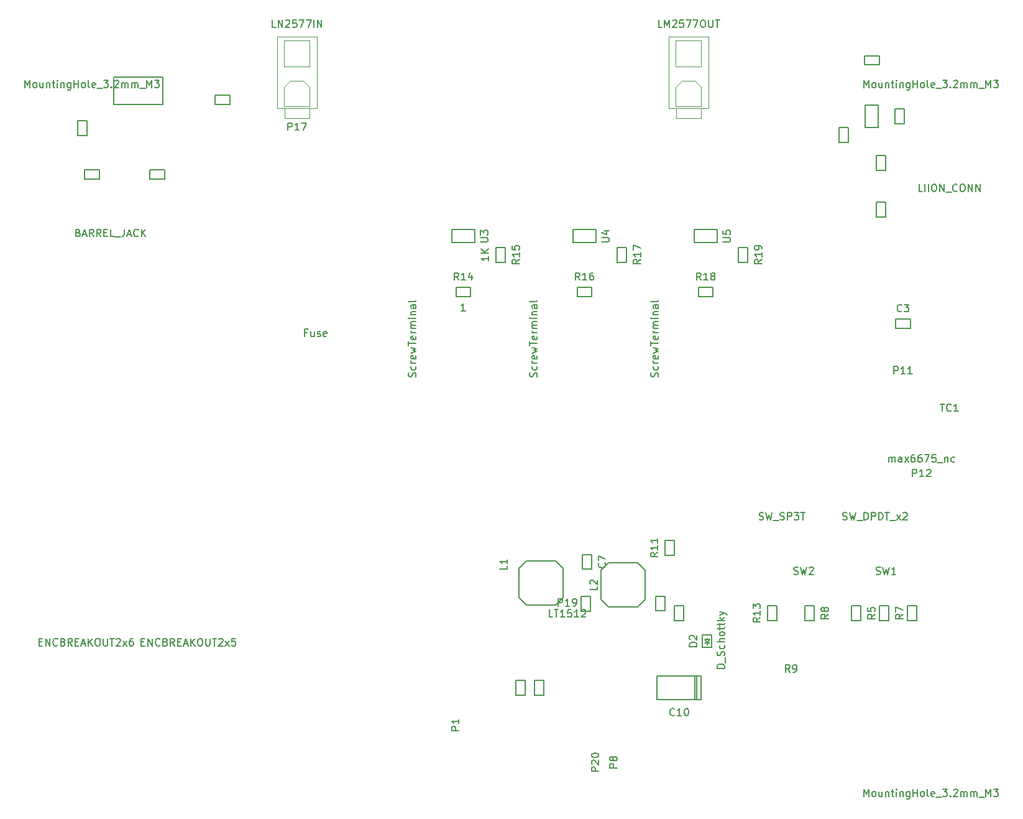
<source format=gbr>
G04 #@! TF.GenerationSoftware,KiCad,Pcbnew,5.0.0-rc2*
G04 #@! TF.CreationDate,2019-04-21T21:26:54-04:00*
G04 #@! TF.ProjectId,batterystation,6261747465727973746174696F6E2E6B,rev?*
G04 #@! TF.SameCoordinates,Original*
G04 #@! TF.FileFunction,Other,Fab,Top*
%FSLAX46Y46*%
G04 Gerber Fmt 4.6, Leading zero omitted, Abs format (unit mm)*
G04 Created by KiCad (PCBNEW 5.0.0-rc2) date Sun Apr 21 21:26:54 2019*
%MOMM*%
%LPD*%
G01*
G04 APERTURE LIST*
%ADD10C,0.150000*%
%ADD11C,0.050000*%
G04 APERTURE END LIST*
D10*
G04 #@! TO.C,C1*
X179267000Y-63442700D02*
X179267000Y-65442700D01*
X179267000Y-65442700D02*
X178017000Y-65442700D01*
X178017000Y-65442700D02*
X178017000Y-63442700D01*
X178017000Y-63442700D02*
X179267000Y-63442700D01*
G04 #@! TO.C,C2*
X185637000Y-60902700D02*
X186887000Y-60902700D01*
X185637000Y-62902700D02*
X185637000Y-60902700D01*
X186887000Y-62902700D02*
X185637000Y-62902700D01*
X186887000Y-60902700D02*
X186887000Y-62902700D01*
G04 #@! TO.C,C3*
X185690000Y-89545000D02*
X187690000Y-89545000D01*
X187690000Y-89545000D02*
X187690000Y-90795000D01*
X187690000Y-90795000D02*
X185690000Y-90795000D01*
X185690000Y-90795000D02*
X185690000Y-89545000D01*
G04 #@! TO.C,C4*
X92980000Y-59065000D02*
X94980000Y-59065000D01*
X94980000Y-59065000D02*
X94980000Y-60315000D01*
X94980000Y-60315000D02*
X92980000Y-60315000D01*
X92980000Y-60315000D02*
X92980000Y-59065000D01*
G04 #@! TO.C,C5*
X84090000Y-69225000D02*
X86090000Y-69225000D01*
X86090000Y-69225000D02*
X86090000Y-70475000D01*
X86090000Y-70475000D02*
X84090000Y-70475000D01*
X84090000Y-70475000D02*
X84090000Y-69225000D01*
G04 #@! TO.C,C6*
X142885000Y-129270000D02*
X142885000Y-127270000D01*
X142885000Y-127270000D02*
X144135000Y-127270000D01*
X144135000Y-127270000D02*
X144135000Y-129270000D01*
X144135000Y-129270000D02*
X142885000Y-129270000D01*
G04 #@! TO.C,C7*
X143012000Y-121555000D02*
X144262000Y-121555000D01*
X143012000Y-123555000D02*
X143012000Y-121555000D01*
X144262000Y-123555000D02*
X143012000Y-123555000D01*
X144262000Y-121555000D02*
X144262000Y-123555000D01*
G04 #@! TO.C,C8*
X136535000Y-140700000D02*
X136535000Y-138700000D01*
X136535000Y-138700000D02*
X137785000Y-138700000D01*
X137785000Y-138700000D02*
X137785000Y-140700000D01*
X137785000Y-140700000D02*
X136535000Y-140700000D01*
G04 #@! TO.C,C9*
X155585000Y-128540000D02*
X156835000Y-128540000D01*
X155585000Y-130540000D02*
X155585000Y-128540000D01*
X156835000Y-130540000D02*
X155585000Y-130540000D01*
X156835000Y-128540000D02*
X156835000Y-130540000D01*
G04 #@! TO.C,C10*
X159210000Y-141300000D02*
X159210000Y-138100000D01*
X159210000Y-138100000D02*
X153210000Y-138100000D01*
X153210000Y-138100000D02*
X153210000Y-141300000D01*
X153210000Y-141300000D02*
X159210000Y-141300000D01*
X158610000Y-141300000D02*
X158610000Y-138100000D01*
X158310000Y-141300000D02*
X158310000Y-138100000D01*
G04 #@! TO.C,D1*
X184347000Y-67252700D02*
X184347000Y-69252700D01*
X184347000Y-69252700D02*
X183097000Y-69252700D01*
X183097000Y-69252700D02*
X183097000Y-67252700D01*
X183097000Y-67252700D02*
X184347000Y-67252700D01*
G04 #@! TO.C,D2*
X160020000Y-133150000D02*
X160020000Y-132900000D01*
X160370000Y-133150000D02*
X160020000Y-133650000D01*
X159670000Y-133150000D02*
X160370000Y-133150000D01*
X160020000Y-133650000D02*
X159670000Y-133150000D01*
X160020000Y-133650000D02*
X160020000Y-133850000D01*
X159670000Y-133650000D02*
X160370000Y-133650000D01*
X160670000Y-134200000D02*
X159370000Y-134200000D01*
X160670000Y-132500000D02*
X160670000Y-134200000D01*
X159370000Y-132500000D02*
X160670000Y-132500000D01*
X159370000Y-134200000D02*
X159370000Y-132500000D01*
G04 #@! TO.C,L1*
X134414000Y-123476000D02*
X134414000Y-125476000D01*
X135414000Y-122476000D02*
X134414000Y-123476000D01*
X137414000Y-122476000D02*
X135414000Y-122476000D01*
X134414000Y-127476000D02*
X134414000Y-125476000D01*
X135414000Y-128476000D02*
X134414000Y-127476000D01*
X137414000Y-128476000D02*
X135414000Y-128476000D01*
X140414000Y-127476000D02*
X140414000Y-125476000D01*
X139414000Y-128476000D02*
X140414000Y-127476000D01*
X137414000Y-128476000D02*
X139414000Y-128476000D01*
X140414000Y-123476000D02*
X140414000Y-125476000D01*
X139414000Y-122476000D02*
X140414000Y-123476000D01*
X137414000Y-122476000D02*
X139414000Y-122476000D01*
G04 #@! TO.C,L2*
X148590000Y-128730000D02*
X146590000Y-128730000D01*
X146590000Y-128730000D02*
X145590000Y-127730000D01*
X145590000Y-127730000D02*
X145590000Y-125730000D01*
X148590000Y-122730000D02*
X146590000Y-122730000D01*
X146590000Y-122730000D02*
X145590000Y-123730000D01*
X145590000Y-123730000D02*
X145590000Y-125730000D01*
X148590000Y-122730000D02*
X150590000Y-122730000D01*
X150590000Y-122730000D02*
X151590000Y-123730000D01*
X151590000Y-123730000D02*
X151590000Y-125730000D01*
X148590000Y-128730000D02*
X150590000Y-128730000D01*
X150590000Y-128730000D02*
X151590000Y-127730000D01*
X151590000Y-127730000D02*
X151590000Y-125730000D01*
G04 #@! TO.C,P10*
X181552000Y-63452700D02*
X183352000Y-63452700D01*
X183352000Y-63452700D02*
X183352000Y-60352700D01*
X181552000Y-60352700D02*
X183352000Y-60352700D01*
X181552000Y-63452700D02*
X181552000Y-60352700D01*
D11*
G04 #@! TO.C,P17*
X105890000Y-60590000D02*
X102390000Y-60590000D01*
X105890000Y-57965000D02*
X105890000Y-60590000D01*
X105015000Y-57090000D02*
X105890000Y-57965000D01*
X103265000Y-57090000D02*
X105015000Y-57090000D01*
X102390000Y-57965000D02*
X103265000Y-57090000D01*
X102390000Y-60590000D02*
X102390000Y-57965000D01*
X105890000Y-51590000D02*
X102390000Y-51590000D01*
X105890000Y-55090000D02*
X105890000Y-51590000D01*
X102390000Y-55090000D02*
X105890000Y-55090000D01*
X102390000Y-51590000D02*
X102390000Y-55090000D01*
X105840000Y-62190000D02*
X105840000Y-60790000D01*
X102440000Y-62190000D02*
X105840000Y-62190000D01*
X102440000Y-60790000D02*
X102440000Y-62190000D01*
X106840000Y-51090000D02*
X101440000Y-51090000D01*
X106840000Y-60790000D02*
X106840000Y-51090000D01*
X101440000Y-60790000D02*
X106840000Y-60790000D01*
X101440000Y-51090000D02*
X101440000Y-60790000D01*
G04 #@! TO.C,P18*
X154780000Y-51090000D02*
X154780000Y-60790000D01*
X154780000Y-60790000D02*
X160180000Y-60790000D01*
X160180000Y-60790000D02*
X160180000Y-51090000D01*
X160180000Y-51090000D02*
X154780000Y-51090000D01*
X155780000Y-60790000D02*
X155780000Y-62190000D01*
X155780000Y-62190000D02*
X159180000Y-62190000D01*
X159180000Y-62190000D02*
X159180000Y-60790000D01*
X155730000Y-51590000D02*
X155730000Y-55090000D01*
X155730000Y-55090000D02*
X159230000Y-55090000D01*
X159230000Y-55090000D02*
X159230000Y-51590000D01*
X159230000Y-51590000D02*
X155730000Y-51590000D01*
X155730000Y-60590000D02*
X155730000Y-57965000D01*
X155730000Y-57965000D02*
X156605000Y-57090000D01*
X156605000Y-57090000D02*
X158355000Y-57090000D01*
X158355000Y-57090000D02*
X159230000Y-57965000D01*
X159230000Y-57965000D02*
X159230000Y-60590000D01*
X159230000Y-60590000D02*
X155730000Y-60590000D01*
D10*
G04 #@! TO.C,R1*
X181452000Y-54907700D02*
X181452000Y-53657700D01*
X183452000Y-54907700D02*
X181452000Y-54907700D01*
X183452000Y-53657700D02*
X183452000Y-54907700D01*
X181452000Y-53657700D02*
X183452000Y-53657700D01*
G04 #@! TO.C,R2*
X183097000Y-75602700D02*
X183097000Y-73602700D01*
X183097000Y-73602700D02*
X184347000Y-73602700D01*
X184347000Y-73602700D02*
X184347000Y-75602700D01*
X184347000Y-75602700D02*
X183097000Y-75602700D01*
G04 #@! TO.C,R3*
X77200000Y-69225000D02*
X77200000Y-70475000D01*
X75200000Y-69225000D02*
X77200000Y-69225000D01*
X75200000Y-70475000D02*
X75200000Y-69225000D01*
X77200000Y-70475000D02*
X75200000Y-70475000D01*
G04 #@! TO.C,R4*
X74305000Y-62500000D02*
X75555000Y-62500000D01*
X74305000Y-64500000D02*
X74305000Y-62500000D01*
X75555000Y-64500000D02*
X74305000Y-64500000D01*
X75555000Y-62500000D02*
X75555000Y-64500000D01*
G04 #@! TO.C,R5*
X180965000Y-128540000D02*
X180965000Y-130540000D01*
X180965000Y-130540000D02*
X179715000Y-130540000D01*
X179715000Y-130540000D02*
X179715000Y-128540000D01*
X179715000Y-128540000D02*
X180965000Y-128540000D01*
G04 #@! TO.C,R6*
X188585000Y-128540000D02*
X188585000Y-130540000D01*
X188585000Y-130540000D02*
X187335000Y-130540000D01*
X187335000Y-130540000D02*
X187335000Y-128540000D01*
X187335000Y-128540000D02*
X188585000Y-128540000D01*
G04 #@! TO.C,R7*
X183525000Y-128540000D02*
X184775000Y-128540000D01*
X183525000Y-130540000D02*
X183525000Y-128540000D01*
X184775000Y-130540000D02*
X183525000Y-130540000D01*
X184775000Y-128540000D02*
X184775000Y-130540000D01*
G04 #@! TO.C,R8*
X173365000Y-128540000D02*
X174615000Y-128540000D01*
X173365000Y-130540000D02*
X173365000Y-128540000D01*
X174615000Y-130540000D02*
X173365000Y-130540000D01*
X174615000Y-128540000D02*
X174615000Y-130540000D01*
G04 #@! TO.C,R10*
X154295000Y-127250000D02*
X154295000Y-129250000D01*
X154295000Y-129250000D02*
X153045000Y-129250000D01*
X153045000Y-129250000D02*
X153045000Y-127250000D01*
X153045000Y-127250000D02*
X154295000Y-127250000D01*
G04 #@! TO.C,R11*
X154315000Y-121650000D02*
X154315000Y-119650000D01*
X154315000Y-119650000D02*
X155565000Y-119650000D01*
X155565000Y-119650000D02*
X155565000Y-121650000D01*
X155565000Y-121650000D02*
X154315000Y-121650000D01*
G04 #@! TO.C,R12*
X135245000Y-140700000D02*
X133995000Y-140700000D01*
X135245000Y-138700000D02*
X135245000Y-140700000D01*
X133995000Y-138700000D02*
X135245000Y-138700000D01*
X133995000Y-140700000D02*
X133995000Y-138700000D01*
G04 #@! TO.C,R13*
X169535000Y-130540000D02*
X168285000Y-130540000D01*
X169535000Y-128540000D02*
X169535000Y-130540000D01*
X168285000Y-128540000D02*
X169535000Y-128540000D01*
X168285000Y-130540000D02*
X168285000Y-128540000D01*
G04 #@! TO.C,R14*
X125805000Y-86469400D02*
X125805000Y-85219400D01*
X127805000Y-86469400D02*
X125805000Y-86469400D01*
X127805000Y-85219400D02*
X127805000Y-86469400D01*
X125805000Y-85219400D02*
X127805000Y-85219400D01*
G04 #@! TO.C,R15*
X132510000Y-79764400D02*
X132510000Y-81764400D01*
X132510000Y-81764400D02*
X131260000Y-81764400D01*
X131260000Y-81764400D02*
X131260000Y-79764400D01*
X131260000Y-79764400D02*
X132510000Y-79764400D01*
G04 #@! TO.C,R16*
X142315000Y-85219400D02*
X144315000Y-85219400D01*
X144315000Y-85219400D02*
X144315000Y-86469400D01*
X144315000Y-86469400D02*
X142315000Y-86469400D01*
X142315000Y-86469400D02*
X142315000Y-85219400D01*
G04 #@! TO.C,R17*
X147770000Y-79764400D02*
X149020000Y-79764400D01*
X147770000Y-81764400D02*
X147770000Y-79764400D01*
X149020000Y-81764400D02*
X147770000Y-81764400D01*
X149020000Y-79764400D02*
X149020000Y-81764400D01*
G04 #@! TO.C,R18*
X158825000Y-86469400D02*
X158825000Y-85219400D01*
X160825000Y-86469400D02*
X158825000Y-86469400D01*
X160825000Y-85219400D02*
X160825000Y-86469400D01*
X158825000Y-85219400D02*
X160825000Y-85219400D01*
G04 #@! TO.C,R19*
X164280000Y-79764400D02*
X165530000Y-79764400D01*
X164280000Y-81764400D02*
X164280000Y-79764400D01*
X165530000Y-81764400D02*
X164280000Y-81764400D01*
X165530000Y-79764400D02*
X165530000Y-81764400D01*
G04 #@! TO.C,U2*
X79200000Y-60270000D02*
X85900000Y-60270000D01*
X79200000Y-60270000D02*
X79200000Y-56570000D01*
X85900000Y-60270000D02*
X85900000Y-56570000D01*
X79200000Y-56570000D02*
X85900000Y-56570000D01*
G04 #@! TO.C,U3*
X128355000Y-79124400D02*
X125255000Y-79124400D01*
X125255000Y-79124400D02*
X125255000Y-77324400D01*
X128355000Y-77324400D02*
X125255000Y-77324400D01*
X128355000Y-79124400D02*
X128355000Y-77324400D01*
G04 #@! TO.C,U4*
X144865000Y-79124400D02*
X144865000Y-77324400D01*
X144865000Y-77324400D02*
X141765000Y-77324400D01*
X141765000Y-79124400D02*
X141765000Y-77324400D01*
X144865000Y-79124400D02*
X141765000Y-79124400D01*
G04 #@! TO.C,U5*
X161375000Y-79124400D02*
X158275000Y-79124400D01*
X158275000Y-79124400D02*
X158275000Y-77324400D01*
X161375000Y-77324400D02*
X158275000Y-77324400D01*
X161375000Y-79124400D02*
X161375000Y-77324400D01*
G04 #@! TD*
G04 #@! TO.C,C3*
X186523333Y-88427142D02*
X186475714Y-88474761D01*
X186332857Y-88522380D01*
X186237619Y-88522380D01*
X186094761Y-88474761D01*
X185999523Y-88379523D01*
X185951904Y-88284285D01*
X185904285Y-88093809D01*
X185904285Y-87950952D01*
X185951904Y-87760476D01*
X185999523Y-87665238D01*
X186094761Y-87570000D01*
X186237619Y-87522380D01*
X186332857Y-87522380D01*
X186475714Y-87570000D01*
X186523333Y-87617619D01*
X186856666Y-87522380D02*
X187475714Y-87522380D01*
X187142380Y-87903333D01*
X187285238Y-87903333D01*
X187380476Y-87950952D01*
X187428095Y-87998571D01*
X187475714Y-88093809D01*
X187475714Y-88331904D01*
X187428095Y-88427142D01*
X187380476Y-88474761D01*
X187285238Y-88522380D01*
X186999523Y-88522380D01*
X186904285Y-88474761D01*
X186856666Y-88427142D01*
G04 #@! TO.C,C7*
X146094142Y-122721666D02*
X146141761Y-122769285D01*
X146189380Y-122912142D01*
X146189380Y-123007380D01*
X146141761Y-123150238D01*
X146046523Y-123245476D01*
X145951285Y-123293095D01*
X145760809Y-123340714D01*
X145617952Y-123340714D01*
X145427476Y-123293095D01*
X145332238Y-123245476D01*
X145236999Y-123150238D01*
X145189380Y-123007380D01*
X145189380Y-122912142D01*
X145236999Y-122769285D01*
X145284619Y-122721666D01*
X145189380Y-122388333D02*
X145189380Y-121721666D01*
X146189380Y-122150238D01*
G04 #@! TO.C,C10*
X155567142Y-143407142D02*
X155519523Y-143454761D01*
X155376666Y-143502380D01*
X155281428Y-143502380D01*
X155138571Y-143454761D01*
X155043333Y-143359523D01*
X154995714Y-143264285D01*
X154948095Y-143073809D01*
X154948095Y-142930952D01*
X154995714Y-142740476D01*
X155043333Y-142645238D01*
X155138571Y-142550000D01*
X155281428Y-142502380D01*
X155376666Y-142502380D01*
X155519523Y-142550000D01*
X155567142Y-142597619D01*
X156519523Y-143502380D02*
X155948095Y-143502380D01*
X156233809Y-143502380D02*
X156233809Y-142502380D01*
X156138571Y-142645238D01*
X156043333Y-142740476D01*
X155948095Y-142788095D01*
X157138571Y-142502380D02*
X157233809Y-142502380D01*
X157329047Y-142550000D01*
X157376666Y-142597619D01*
X157424285Y-142692857D01*
X157471904Y-142883333D01*
X157471904Y-143121428D01*
X157424285Y-143311904D01*
X157376666Y-143407142D01*
X157329047Y-143454761D01*
X157233809Y-143502380D01*
X157138571Y-143502380D01*
X157043333Y-143454761D01*
X156995714Y-143407142D01*
X156948095Y-143311904D01*
X156900476Y-143121428D01*
X156900476Y-142883333D01*
X156948095Y-142692857D01*
X156995714Y-142597619D01*
X157043333Y-142550000D01*
X157138571Y-142502380D01*
G04 #@! TO.C,D2*
X158622380Y-134088095D02*
X157622380Y-134088095D01*
X157622380Y-133850000D01*
X157669999Y-133707142D01*
X157765238Y-133611904D01*
X157860476Y-133564285D01*
X158050952Y-133516666D01*
X158193809Y-133516666D01*
X158384285Y-133564285D01*
X158479523Y-133611904D01*
X158574761Y-133707142D01*
X158622380Y-133850000D01*
X158622380Y-134088095D01*
X157717619Y-133135714D02*
X157670000Y-133088095D01*
X157622380Y-132992857D01*
X157622380Y-132754761D01*
X157670000Y-132659523D01*
X157717619Y-132611904D01*
X157812857Y-132564285D01*
X157908095Y-132564285D01*
X158050952Y-132611904D01*
X158622380Y-133183333D01*
X158622380Y-132564285D01*
X162372380Y-137059523D02*
X161372380Y-137059523D01*
X161372380Y-136821428D01*
X161419999Y-136678571D01*
X161515238Y-136583333D01*
X161610476Y-136535714D01*
X161800952Y-136488095D01*
X161943809Y-136488095D01*
X162134285Y-136535714D01*
X162229523Y-136583333D01*
X162324761Y-136678571D01*
X162372380Y-136821428D01*
X162372380Y-137059523D01*
X162467619Y-136297619D02*
X162467619Y-135535714D01*
X162324761Y-135345238D02*
X162372380Y-135202380D01*
X162372380Y-134964285D01*
X162324761Y-134869047D01*
X162277142Y-134821428D01*
X162181904Y-134773809D01*
X162086666Y-134773809D01*
X161991428Y-134821428D01*
X161943809Y-134869047D01*
X161896190Y-134964285D01*
X161848571Y-135154761D01*
X161800952Y-135249999D01*
X161753333Y-135297619D01*
X161658095Y-135345238D01*
X161562857Y-135345238D01*
X161467619Y-135297619D01*
X161419999Y-135249999D01*
X161372380Y-135154761D01*
X161372380Y-134916666D01*
X161419999Y-134773809D01*
X162324761Y-133916666D02*
X162372380Y-134011904D01*
X162372380Y-134202380D01*
X162324761Y-134297619D01*
X162277142Y-134345238D01*
X162181904Y-134392857D01*
X161896190Y-134392857D01*
X161800952Y-134345238D01*
X161753333Y-134297619D01*
X161705714Y-134202380D01*
X161705714Y-134011904D01*
X161753333Y-133916666D01*
X162372380Y-133488095D02*
X161372380Y-133488095D01*
X162372380Y-133059523D02*
X161848571Y-133059523D01*
X161753333Y-133107142D01*
X161705714Y-133202380D01*
X161705714Y-133345238D01*
X161753333Y-133440476D01*
X161800952Y-133488095D01*
X162372380Y-132440476D02*
X162324761Y-132535714D01*
X162277142Y-132583333D01*
X162181904Y-132630952D01*
X161896190Y-132630952D01*
X161800952Y-132583333D01*
X161753333Y-132535714D01*
X161705714Y-132440476D01*
X161705714Y-132297619D01*
X161753333Y-132202380D01*
X161800952Y-132154761D01*
X161896190Y-132107142D01*
X162181904Y-132107142D01*
X162277142Y-132154761D01*
X162324761Y-132202380D01*
X162372380Y-132297619D01*
X162372380Y-132440476D01*
X161705714Y-131821428D02*
X161705714Y-131440476D01*
X161372380Y-131678571D02*
X162229523Y-131678571D01*
X162324761Y-131630952D01*
X162372380Y-131535714D01*
X162372380Y-131440476D01*
X161705714Y-131249999D02*
X161705714Y-130869047D01*
X161372380Y-131107142D02*
X162229523Y-131107142D01*
X162324761Y-131059523D01*
X162372380Y-130964285D01*
X162372380Y-130869047D01*
X162372380Y-130535714D02*
X161372380Y-130535714D01*
X161991428Y-130440476D02*
X162372380Y-130154761D01*
X161705714Y-130154761D02*
X162086666Y-130535714D01*
X161705714Y-129821428D02*
X162372380Y-129583333D01*
X161705714Y-129345238D02*
X162372380Y-129583333D01*
X162610476Y-129678571D01*
X162658095Y-129726190D01*
X162705714Y-129821428D01*
G04 #@! TO.C,F1*
X105537142Y-91368571D02*
X105203809Y-91368571D01*
X105203809Y-91892380D02*
X105203809Y-90892380D01*
X105679999Y-90892380D01*
X106489523Y-91225714D02*
X106489523Y-91892380D01*
X106060952Y-91225714D02*
X106060952Y-91749523D01*
X106108571Y-91844761D01*
X106203809Y-91892380D01*
X106346666Y-91892380D01*
X106441904Y-91844761D01*
X106489523Y-91797142D01*
X106918095Y-91844761D02*
X107013333Y-91892380D01*
X107203809Y-91892380D01*
X107299047Y-91844761D01*
X107346666Y-91749523D01*
X107346666Y-91701904D01*
X107299047Y-91606666D01*
X107203809Y-91559047D01*
X107060952Y-91559047D01*
X106965714Y-91511428D01*
X106918095Y-91416190D01*
X106918095Y-91368571D01*
X106965714Y-91273333D01*
X107060952Y-91225714D01*
X107203809Y-91225714D01*
X107299047Y-91273333D01*
X108156190Y-91844761D02*
X108060952Y-91892380D01*
X107870476Y-91892380D01*
X107775238Y-91844761D01*
X107727619Y-91749523D01*
X107727619Y-91368571D01*
X107775238Y-91273333D01*
X107870476Y-91225714D01*
X108060952Y-91225714D01*
X108156190Y-91273333D01*
X108203809Y-91368571D01*
X108203809Y-91463809D01*
X107727619Y-91559047D01*
G04 #@! TO.C,L1*
X132786380Y-123102666D02*
X132786380Y-123578857D01*
X131786380Y-123578857D01*
X132786380Y-122245523D02*
X132786380Y-122816952D01*
X132786380Y-122531238D02*
X131786380Y-122531238D01*
X131929238Y-122626476D01*
X132024476Y-122721714D01*
X132072095Y-122816952D01*
G04 #@! TO.C,L2*
X145042380Y-125896666D02*
X145042380Y-126372857D01*
X144042380Y-126372857D01*
X144137619Y-125610952D02*
X144090000Y-125563333D01*
X144042380Y-125468095D01*
X144042380Y-125230000D01*
X144090000Y-125134761D01*
X144137619Y-125087142D01*
X144232857Y-125039523D01*
X144328095Y-125039523D01*
X144470952Y-125087142D01*
X145042380Y-125658571D01*
X145042380Y-125039523D01*
G04 #@! TO.C,P1*
X126202380Y-145518095D02*
X125202380Y-145518095D01*
X125202380Y-145137142D01*
X125249999Y-145041904D01*
X125297619Y-144994285D01*
X125392857Y-144946666D01*
X125535714Y-144946666D01*
X125630952Y-144994285D01*
X125678571Y-145041904D01*
X125726190Y-145137142D01*
X125726190Y-145518095D01*
X126202380Y-143994285D02*
X126202380Y-144565714D01*
X126202380Y-144280000D02*
X125202380Y-144280000D01*
X125345238Y-144375238D01*
X125440476Y-144470476D01*
X125488095Y-144565714D01*
G04 #@! TO.C,P4*
X120299761Y-97361066D02*
X120347380Y-97218209D01*
X120347380Y-96980114D01*
X120299761Y-96884876D01*
X120252142Y-96837257D01*
X120156904Y-96789638D01*
X120061666Y-96789638D01*
X119966428Y-96837257D01*
X119918809Y-96884876D01*
X119871190Y-96980114D01*
X119823571Y-97170590D01*
X119775952Y-97265828D01*
X119728333Y-97313447D01*
X119633095Y-97361066D01*
X119537857Y-97361066D01*
X119442619Y-97313447D01*
X119394999Y-97265828D01*
X119347380Y-97170590D01*
X119347380Y-96932495D01*
X119394999Y-96789638D01*
X120299761Y-95932495D02*
X120347380Y-96027733D01*
X120347380Y-96218209D01*
X120299761Y-96313447D01*
X120252142Y-96361066D01*
X120156904Y-96408685D01*
X119871190Y-96408685D01*
X119775952Y-96361066D01*
X119728333Y-96313447D01*
X119680714Y-96218209D01*
X119680714Y-96027733D01*
X119728333Y-95932495D01*
X120347380Y-95503923D02*
X119680714Y-95503923D01*
X119871190Y-95503923D02*
X119775952Y-95456304D01*
X119728333Y-95408685D01*
X119680714Y-95313447D01*
X119680714Y-95218209D01*
X120299761Y-94503923D02*
X120347380Y-94599161D01*
X120347380Y-94789638D01*
X120299761Y-94884876D01*
X120204523Y-94932495D01*
X119823571Y-94932495D01*
X119728333Y-94884876D01*
X119680714Y-94789638D01*
X119680714Y-94599161D01*
X119728333Y-94503923D01*
X119823571Y-94456304D01*
X119918809Y-94456304D01*
X120014047Y-94932495D01*
X119680714Y-94122971D02*
X120347380Y-93932495D01*
X119871190Y-93742019D01*
X120347380Y-93551542D01*
X119680714Y-93361066D01*
X119347380Y-93122971D02*
X119347380Y-92551542D01*
X120347380Y-92837257D02*
X119347380Y-92837257D01*
X120299761Y-91837257D02*
X120347380Y-91932495D01*
X120347380Y-92122971D01*
X120299761Y-92218209D01*
X120204523Y-92265828D01*
X119823571Y-92265828D01*
X119728333Y-92218209D01*
X119680714Y-92122971D01*
X119680714Y-91932495D01*
X119728333Y-91837257D01*
X119823571Y-91789638D01*
X119918809Y-91789638D01*
X120014047Y-92265828D01*
X120347380Y-91361066D02*
X119680714Y-91361066D01*
X119871190Y-91361066D02*
X119775952Y-91313447D01*
X119728333Y-91265828D01*
X119680714Y-91170590D01*
X119680714Y-91075352D01*
X120347380Y-90742019D02*
X119680714Y-90742019D01*
X119775952Y-90742019D02*
X119728333Y-90694399D01*
X119680714Y-90599161D01*
X119680714Y-90456304D01*
X119728333Y-90361066D01*
X119823571Y-90313447D01*
X120347380Y-90313447D01*
X119823571Y-90313447D02*
X119728333Y-90265828D01*
X119680714Y-90170590D01*
X119680714Y-90027733D01*
X119728333Y-89932495D01*
X119823571Y-89884876D01*
X120347380Y-89884876D01*
X120347380Y-89408685D02*
X119680714Y-89408685D01*
X119347380Y-89408685D02*
X119395000Y-89456304D01*
X119442619Y-89408685D01*
X119395000Y-89361066D01*
X119347380Y-89408685D01*
X119442619Y-89408685D01*
X119680714Y-88932495D02*
X120347380Y-88932495D01*
X119775952Y-88932495D02*
X119728333Y-88884876D01*
X119680714Y-88789638D01*
X119680714Y-88646780D01*
X119728333Y-88551542D01*
X119823571Y-88503923D01*
X120347380Y-88503923D01*
X120347380Y-87599161D02*
X119823571Y-87599161D01*
X119728333Y-87646780D01*
X119680714Y-87742019D01*
X119680714Y-87932495D01*
X119728333Y-88027733D01*
X120299761Y-87599161D02*
X120347380Y-87694399D01*
X120347380Y-87932495D01*
X120299761Y-88027733D01*
X120204523Y-88075352D01*
X120109285Y-88075352D01*
X120014047Y-88027733D01*
X119966428Y-87932495D01*
X119966428Y-87694399D01*
X119918809Y-87599161D01*
X120347380Y-86980114D02*
X120299761Y-87075352D01*
X120204523Y-87122971D01*
X119347380Y-87122971D01*
G04 #@! TO.C,P5*
X136809761Y-97361066D02*
X136857380Y-97218209D01*
X136857380Y-96980114D01*
X136809761Y-96884876D01*
X136762142Y-96837257D01*
X136666904Y-96789638D01*
X136571666Y-96789638D01*
X136476428Y-96837257D01*
X136428809Y-96884876D01*
X136381190Y-96980114D01*
X136333571Y-97170590D01*
X136285952Y-97265828D01*
X136238333Y-97313447D01*
X136143095Y-97361066D01*
X136047857Y-97361066D01*
X135952619Y-97313447D01*
X135904999Y-97265828D01*
X135857380Y-97170590D01*
X135857380Y-96932495D01*
X135904999Y-96789638D01*
X136809761Y-95932495D02*
X136857380Y-96027733D01*
X136857380Y-96218209D01*
X136809761Y-96313447D01*
X136762142Y-96361066D01*
X136666904Y-96408685D01*
X136381190Y-96408685D01*
X136285952Y-96361066D01*
X136238333Y-96313447D01*
X136190714Y-96218209D01*
X136190714Y-96027733D01*
X136238333Y-95932495D01*
X136857380Y-95503923D02*
X136190714Y-95503923D01*
X136381190Y-95503923D02*
X136285952Y-95456304D01*
X136238333Y-95408685D01*
X136190714Y-95313447D01*
X136190714Y-95218209D01*
X136809761Y-94503923D02*
X136857380Y-94599161D01*
X136857380Y-94789638D01*
X136809761Y-94884876D01*
X136714523Y-94932495D01*
X136333571Y-94932495D01*
X136238333Y-94884876D01*
X136190714Y-94789638D01*
X136190714Y-94599161D01*
X136238333Y-94503923D01*
X136333571Y-94456304D01*
X136428809Y-94456304D01*
X136524047Y-94932495D01*
X136190714Y-94122971D02*
X136857380Y-93932495D01*
X136381190Y-93742019D01*
X136857380Y-93551542D01*
X136190714Y-93361066D01*
X135857380Y-93122971D02*
X135857380Y-92551542D01*
X136857380Y-92837257D02*
X135857380Y-92837257D01*
X136809761Y-91837257D02*
X136857380Y-91932495D01*
X136857380Y-92122971D01*
X136809761Y-92218209D01*
X136714523Y-92265828D01*
X136333571Y-92265828D01*
X136238333Y-92218209D01*
X136190714Y-92122971D01*
X136190714Y-91932495D01*
X136238333Y-91837257D01*
X136333571Y-91789638D01*
X136428809Y-91789638D01*
X136524047Y-92265828D01*
X136857380Y-91361066D02*
X136190714Y-91361066D01*
X136381190Y-91361066D02*
X136285952Y-91313447D01*
X136238333Y-91265828D01*
X136190714Y-91170590D01*
X136190714Y-91075352D01*
X136857380Y-90742019D02*
X136190714Y-90742019D01*
X136285952Y-90742019D02*
X136238333Y-90694399D01*
X136190714Y-90599161D01*
X136190714Y-90456304D01*
X136238333Y-90361066D01*
X136333571Y-90313447D01*
X136857380Y-90313447D01*
X136333571Y-90313447D02*
X136238333Y-90265828D01*
X136190714Y-90170590D01*
X136190714Y-90027733D01*
X136238333Y-89932495D01*
X136333571Y-89884876D01*
X136857380Y-89884876D01*
X136857380Y-89408685D02*
X136190714Y-89408685D01*
X135857380Y-89408685D02*
X135905000Y-89456304D01*
X135952619Y-89408685D01*
X135905000Y-89361066D01*
X135857380Y-89408685D01*
X135952619Y-89408685D01*
X136190714Y-88932495D02*
X136857380Y-88932495D01*
X136285952Y-88932495D02*
X136238333Y-88884876D01*
X136190714Y-88789638D01*
X136190714Y-88646780D01*
X136238333Y-88551542D01*
X136333571Y-88503923D01*
X136857380Y-88503923D01*
X136857380Y-87599161D02*
X136333571Y-87599161D01*
X136238333Y-87646780D01*
X136190714Y-87742019D01*
X136190714Y-87932495D01*
X136238333Y-88027733D01*
X136809761Y-87599161D02*
X136857380Y-87694399D01*
X136857380Y-87932495D01*
X136809761Y-88027733D01*
X136714523Y-88075352D01*
X136619285Y-88075352D01*
X136524047Y-88027733D01*
X136476428Y-87932495D01*
X136476428Y-87694399D01*
X136428809Y-87599161D01*
X136857380Y-86980114D02*
X136809761Y-87075352D01*
X136714523Y-87122971D01*
X135857380Y-87122971D01*
G04 #@! TO.C,P6*
X153319761Y-97361066D02*
X153367380Y-97218209D01*
X153367380Y-96980114D01*
X153319761Y-96884876D01*
X153272142Y-96837257D01*
X153176904Y-96789638D01*
X153081666Y-96789638D01*
X152986428Y-96837257D01*
X152938809Y-96884876D01*
X152891190Y-96980114D01*
X152843571Y-97170590D01*
X152795952Y-97265828D01*
X152748333Y-97313447D01*
X152653095Y-97361066D01*
X152557857Y-97361066D01*
X152462619Y-97313447D01*
X152414999Y-97265828D01*
X152367380Y-97170590D01*
X152367380Y-96932495D01*
X152414999Y-96789638D01*
X153319761Y-95932495D02*
X153367380Y-96027733D01*
X153367380Y-96218209D01*
X153319761Y-96313447D01*
X153272142Y-96361066D01*
X153176904Y-96408685D01*
X152891190Y-96408685D01*
X152795952Y-96361066D01*
X152748333Y-96313447D01*
X152700714Y-96218209D01*
X152700714Y-96027733D01*
X152748333Y-95932495D01*
X153367380Y-95503923D02*
X152700714Y-95503923D01*
X152891190Y-95503923D02*
X152795952Y-95456304D01*
X152748333Y-95408685D01*
X152700714Y-95313447D01*
X152700714Y-95218209D01*
X153319761Y-94503923D02*
X153367380Y-94599161D01*
X153367380Y-94789638D01*
X153319761Y-94884876D01*
X153224523Y-94932495D01*
X152843571Y-94932495D01*
X152748333Y-94884876D01*
X152700714Y-94789638D01*
X152700714Y-94599161D01*
X152748333Y-94503923D01*
X152843571Y-94456304D01*
X152938809Y-94456304D01*
X153034047Y-94932495D01*
X152700714Y-94122971D02*
X153367380Y-93932495D01*
X152891190Y-93742019D01*
X153367380Y-93551542D01*
X152700714Y-93361066D01*
X152367380Y-93122971D02*
X152367380Y-92551542D01*
X153367380Y-92837257D02*
X152367380Y-92837257D01*
X153319761Y-91837257D02*
X153367380Y-91932495D01*
X153367380Y-92122971D01*
X153319761Y-92218209D01*
X153224523Y-92265828D01*
X152843571Y-92265828D01*
X152748333Y-92218209D01*
X152700714Y-92122971D01*
X152700714Y-91932495D01*
X152748333Y-91837257D01*
X152843571Y-91789638D01*
X152938809Y-91789638D01*
X153034047Y-92265828D01*
X153367380Y-91361066D02*
X152700714Y-91361066D01*
X152891190Y-91361066D02*
X152795952Y-91313447D01*
X152748333Y-91265828D01*
X152700714Y-91170590D01*
X152700714Y-91075352D01*
X153367380Y-90742019D02*
X152700714Y-90742019D01*
X152795952Y-90742019D02*
X152748333Y-90694400D01*
X152700714Y-90599161D01*
X152700714Y-90456304D01*
X152748333Y-90361066D01*
X152843571Y-90313447D01*
X153367380Y-90313447D01*
X152843571Y-90313447D02*
X152748333Y-90265828D01*
X152700714Y-90170590D01*
X152700714Y-90027733D01*
X152748333Y-89932495D01*
X152843571Y-89884876D01*
X153367380Y-89884876D01*
X153367380Y-89408685D02*
X152700714Y-89408685D01*
X152367380Y-89408685D02*
X152415000Y-89456304D01*
X152462619Y-89408685D01*
X152415000Y-89361066D01*
X152367380Y-89408685D01*
X152462619Y-89408685D01*
X152700714Y-88932495D02*
X153367380Y-88932495D01*
X152795952Y-88932495D02*
X152748333Y-88884876D01*
X152700714Y-88789638D01*
X152700714Y-88646780D01*
X152748333Y-88551542D01*
X152843571Y-88503923D01*
X153367380Y-88503923D01*
X153367380Y-87599161D02*
X152843571Y-87599161D01*
X152748333Y-87646780D01*
X152700714Y-87742019D01*
X152700714Y-87932495D01*
X152748333Y-88027733D01*
X153319761Y-87599161D02*
X153367380Y-87694400D01*
X153367380Y-87932495D01*
X153319761Y-88027733D01*
X153224523Y-88075352D01*
X153129285Y-88075352D01*
X153034047Y-88027733D01*
X152986428Y-87932495D01*
X152986428Y-87694400D01*
X152938809Y-87599161D01*
X153367380Y-86980114D02*
X153319761Y-87075352D01*
X153224523Y-87122971D01*
X152367380Y-87122971D01*
G04 #@! TO.C,P7*
X189373333Y-72132380D02*
X188897142Y-72132380D01*
X188897142Y-71132380D01*
X189706666Y-72132380D02*
X189706666Y-71132380D01*
X190182857Y-72132380D02*
X190182857Y-71132380D01*
X190849523Y-71132380D02*
X191039999Y-71132380D01*
X191135238Y-71180000D01*
X191230476Y-71275238D01*
X191278095Y-71465714D01*
X191278095Y-71799047D01*
X191230476Y-71989523D01*
X191135238Y-72084761D01*
X191039999Y-72132380D01*
X190849523Y-72132380D01*
X190754285Y-72084761D01*
X190659047Y-71989523D01*
X190611428Y-71799047D01*
X190611428Y-71465714D01*
X190659047Y-71275238D01*
X190754285Y-71180000D01*
X190849523Y-71132380D01*
X191706666Y-72132380D02*
X191706666Y-71132380D01*
X192278095Y-72132380D01*
X192278095Y-71132380D01*
X192516190Y-72227619D02*
X193278095Y-72227619D01*
X194087619Y-72037142D02*
X194039999Y-72084761D01*
X193897142Y-72132380D01*
X193801904Y-72132380D01*
X193659047Y-72084761D01*
X193563809Y-71989523D01*
X193516190Y-71894285D01*
X193468571Y-71703809D01*
X193468571Y-71560952D01*
X193516190Y-71370476D01*
X193563809Y-71275238D01*
X193659047Y-71180000D01*
X193801904Y-71132380D01*
X193897142Y-71132380D01*
X194039999Y-71180000D01*
X194087619Y-71227619D01*
X194706666Y-71132380D02*
X194897142Y-71132380D01*
X194992380Y-71180000D01*
X195087619Y-71275238D01*
X195135238Y-71465714D01*
X195135238Y-71799047D01*
X195087619Y-71989523D01*
X194992380Y-72084761D01*
X194897142Y-72132380D01*
X194706666Y-72132380D01*
X194611428Y-72084761D01*
X194516190Y-71989523D01*
X194468571Y-71799047D01*
X194468571Y-71465714D01*
X194516190Y-71275238D01*
X194611428Y-71180000D01*
X194706666Y-71132380D01*
X195563809Y-72132380D02*
X195563809Y-71132380D01*
X196135238Y-72132380D01*
X196135238Y-71132380D01*
X196611428Y-72132380D02*
X196611428Y-71132380D01*
X197182857Y-72132380D01*
X197182857Y-71132380D01*
G04 #@! TO.C,P8*
X147752380Y-150598095D02*
X146752380Y-150598095D01*
X146752380Y-150217142D01*
X146799999Y-150121904D01*
X146847619Y-150074285D01*
X146942857Y-150026666D01*
X147085714Y-150026666D01*
X147180952Y-150074285D01*
X147228571Y-150121904D01*
X147276190Y-150217142D01*
X147276190Y-150598095D01*
X147180952Y-149455238D02*
X147133333Y-149550476D01*
X147085714Y-149598095D01*
X146990476Y-149645714D01*
X146942857Y-149645714D01*
X146847619Y-149598095D01*
X146800000Y-149550476D01*
X146752380Y-149455238D01*
X146752380Y-149264761D01*
X146800000Y-149169523D01*
X146847619Y-149121904D01*
X146942857Y-149074285D01*
X146990476Y-149074285D01*
X147085714Y-149121904D01*
X147133333Y-149169523D01*
X147180952Y-149264761D01*
X147180952Y-149455238D01*
X147228571Y-149550476D01*
X147276190Y-149598095D01*
X147371428Y-149645714D01*
X147561904Y-149645714D01*
X147657142Y-149598095D01*
X147704761Y-149550476D01*
X147752380Y-149455238D01*
X147752380Y-149264761D01*
X147704761Y-149169523D01*
X147657142Y-149121904D01*
X147561904Y-149074285D01*
X147371428Y-149074285D01*
X147276190Y-149121904D01*
X147228571Y-149169523D01*
X147180952Y-149264761D01*
G04 #@! TO.C,P11*
X185475714Y-96972380D02*
X185475714Y-95972380D01*
X185856666Y-95972380D01*
X185951904Y-96020000D01*
X185999523Y-96067619D01*
X186047142Y-96162857D01*
X186047142Y-96305714D01*
X185999523Y-96400952D01*
X185951904Y-96448571D01*
X185856666Y-96496190D01*
X185475714Y-96496190D01*
X186999523Y-96972380D02*
X186428095Y-96972380D01*
X186713809Y-96972380D02*
X186713809Y-95972380D01*
X186618571Y-96115238D01*
X186523333Y-96210476D01*
X186428095Y-96258095D01*
X187951904Y-96972380D02*
X187380476Y-96972380D01*
X187666190Y-96972380D02*
X187666190Y-95972380D01*
X187570952Y-96115238D01*
X187475714Y-96210476D01*
X187380476Y-96258095D01*
G04 #@! TO.C,P12*
X188015714Y-110962380D02*
X188015714Y-109962380D01*
X188396666Y-109962380D01*
X188491904Y-110010000D01*
X188539523Y-110057619D01*
X188587142Y-110152857D01*
X188587142Y-110295714D01*
X188539523Y-110390952D01*
X188491904Y-110438571D01*
X188396666Y-110486190D01*
X188015714Y-110486190D01*
X189539523Y-110962380D02*
X188968095Y-110962380D01*
X189253809Y-110962380D02*
X189253809Y-109962380D01*
X189158571Y-110105238D01*
X189063333Y-110200476D01*
X188968095Y-110248095D01*
X189920476Y-110057619D02*
X189968095Y-110010000D01*
X190063333Y-109962380D01*
X190301428Y-109962380D01*
X190396666Y-110010000D01*
X190444285Y-110057619D01*
X190491904Y-110152857D01*
X190491904Y-110248095D01*
X190444285Y-110390952D01*
X189872857Y-110962380D01*
X190491904Y-110962380D01*
X184777619Y-108962380D02*
X184777619Y-108295714D01*
X184777619Y-108390952D02*
X184825238Y-108343333D01*
X184920476Y-108295714D01*
X185063333Y-108295714D01*
X185158571Y-108343333D01*
X185206190Y-108438571D01*
X185206190Y-108962380D01*
X185206190Y-108438571D02*
X185253809Y-108343333D01*
X185349047Y-108295714D01*
X185491904Y-108295714D01*
X185587142Y-108343333D01*
X185634761Y-108438571D01*
X185634761Y-108962380D01*
X186539523Y-108962380D02*
X186539523Y-108438571D01*
X186491904Y-108343333D01*
X186396666Y-108295714D01*
X186206190Y-108295714D01*
X186110952Y-108343333D01*
X186539523Y-108914761D02*
X186444285Y-108962380D01*
X186206190Y-108962380D01*
X186110952Y-108914761D01*
X186063333Y-108819523D01*
X186063333Y-108724285D01*
X186110952Y-108629047D01*
X186206190Y-108581428D01*
X186444285Y-108581428D01*
X186539523Y-108533809D01*
X186920476Y-108962380D02*
X187444285Y-108295714D01*
X186920476Y-108295714D02*
X187444285Y-108962380D01*
X188253809Y-107962380D02*
X188063333Y-107962380D01*
X187968095Y-108010000D01*
X187920476Y-108057619D01*
X187825238Y-108200476D01*
X187777619Y-108390952D01*
X187777619Y-108771904D01*
X187825238Y-108867142D01*
X187872857Y-108914761D01*
X187968095Y-108962380D01*
X188158571Y-108962380D01*
X188253809Y-108914761D01*
X188301428Y-108867142D01*
X188349047Y-108771904D01*
X188349047Y-108533809D01*
X188301428Y-108438571D01*
X188253809Y-108390952D01*
X188158571Y-108343333D01*
X187968095Y-108343333D01*
X187872857Y-108390952D01*
X187825238Y-108438571D01*
X187777619Y-108533809D01*
X189206190Y-107962380D02*
X189015714Y-107962380D01*
X188920476Y-108010000D01*
X188872857Y-108057619D01*
X188777619Y-108200476D01*
X188730000Y-108390952D01*
X188730000Y-108771904D01*
X188777619Y-108867142D01*
X188825238Y-108914761D01*
X188920476Y-108962380D01*
X189110952Y-108962380D01*
X189206190Y-108914761D01*
X189253809Y-108867142D01*
X189301428Y-108771904D01*
X189301428Y-108533809D01*
X189253809Y-108438571D01*
X189206190Y-108390952D01*
X189110952Y-108343333D01*
X188920476Y-108343333D01*
X188825238Y-108390952D01*
X188777619Y-108438571D01*
X188730000Y-108533809D01*
X189634761Y-107962380D02*
X190301428Y-107962380D01*
X189872857Y-108962380D01*
X191158571Y-107962380D02*
X190682380Y-107962380D01*
X190634761Y-108438571D01*
X190682380Y-108390952D01*
X190777619Y-108343333D01*
X191015714Y-108343333D01*
X191110952Y-108390952D01*
X191158571Y-108438571D01*
X191206190Y-108533809D01*
X191206190Y-108771904D01*
X191158571Y-108867142D01*
X191110952Y-108914761D01*
X191015714Y-108962380D01*
X190777619Y-108962380D01*
X190682380Y-108914761D01*
X190634761Y-108867142D01*
X191396666Y-109057619D02*
X192158571Y-109057619D01*
X192396666Y-108295714D02*
X192396666Y-108962380D01*
X192396666Y-108390952D02*
X192444285Y-108343333D01*
X192539523Y-108295714D01*
X192682380Y-108295714D01*
X192777619Y-108343333D01*
X192825238Y-108438571D01*
X192825238Y-108962380D01*
X193730000Y-108914761D02*
X193634761Y-108962380D01*
X193444285Y-108962380D01*
X193349047Y-108914761D01*
X193301428Y-108867142D01*
X193253809Y-108771904D01*
X193253809Y-108486190D01*
X193301428Y-108390952D01*
X193349047Y-108343333D01*
X193444285Y-108295714D01*
X193634761Y-108295714D01*
X193730000Y-108343333D01*
G04 #@! TO.C,P15*
X82947138Y-133480571D02*
X83280471Y-133480571D01*
X83423328Y-134004380D02*
X82947138Y-134004380D01*
X82947138Y-133004380D01*
X83423328Y-133004380D01*
X83851899Y-134004380D02*
X83851899Y-133004380D01*
X84423328Y-134004380D01*
X84423328Y-133004380D01*
X85470947Y-133909142D02*
X85423328Y-133956761D01*
X85280471Y-134004380D01*
X85185233Y-134004380D01*
X85042376Y-133956761D01*
X84947138Y-133861523D01*
X84899519Y-133766285D01*
X84851899Y-133575809D01*
X84851899Y-133432952D01*
X84899519Y-133242476D01*
X84947138Y-133147238D01*
X85042376Y-133052000D01*
X85185233Y-133004380D01*
X85280471Y-133004380D01*
X85423328Y-133052000D01*
X85470947Y-133099619D01*
X86232852Y-133480571D02*
X86375709Y-133528190D01*
X86423328Y-133575809D01*
X86470947Y-133671047D01*
X86470947Y-133813904D01*
X86423328Y-133909142D01*
X86375709Y-133956761D01*
X86280471Y-134004380D01*
X85899519Y-134004380D01*
X85899519Y-133004380D01*
X86232852Y-133004380D01*
X86328090Y-133052000D01*
X86375709Y-133099619D01*
X86423328Y-133194857D01*
X86423328Y-133290095D01*
X86375709Y-133385333D01*
X86328090Y-133432952D01*
X86232852Y-133480571D01*
X85899519Y-133480571D01*
X87470947Y-134004380D02*
X87137614Y-133528190D01*
X86899519Y-134004380D02*
X86899519Y-133004380D01*
X87280471Y-133004380D01*
X87375709Y-133052000D01*
X87423328Y-133099619D01*
X87470947Y-133194857D01*
X87470947Y-133337714D01*
X87423328Y-133432952D01*
X87375709Y-133480571D01*
X87280471Y-133528190D01*
X86899519Y-133528190D01*
X87899519Y-133480571D02*
X88232852Y-133480571D01*
X88375709Y-134004380D02*
X87899519Y-134004380D01*
X87899519Y-133004380D01*
X88375709Y-133004380D01*
X88756661Y-133718666D02*
X89232852Y-133718666D01*
X88661423Y-134004380D02*
X88994757Y-133004380D01*
X89328090Y-134004380D01*
X89661423Y-134004380D02*
X89661423Y-133004380D01*
X90232852Y-134004380D02*
X89804280Y-133432952D01*
X90232852Y-133004380D02*
X89661423Y-133575809D01*
X90851899Y-133004380D02*
X91042376Y-133004380D01*
X91137614Y-133052000D01*
X91232852Y-133147238D01*
X91280471Y-133337714D01*
X91280471Y-133671047D01*
X91232852Y-133861523D01*
X91137614Y-133956761D01*
X91042376Y-134004380D01*
X90851899Y-134004380D01*
X90756661Y-133956761D01*
X90661423Y-133861523D01*
X90613804Y-133671047D01*
X90613804Y-133337714D01*
X90661423Y-133147238D01*
X90756661Y-133052000D01*
X90851899Y-133004380D01*
X91709042Y-133004380D02*
X91709042Y-133813904D01*
X91756661Y-133909142D01*
X91804280Y-133956761D01*
X91899519Y-134004380D01*
X92089995Y-134004380D01*
X92185233Y-133956761D01*
X92232852Y-133909142D01*
X92280471Y-133813904D01*
X92280471Y-133004380D01*
X92613804Y-133004380D02*
X93185233Y-133004380D01*
X92899519Y-134004380D02*
X92899519Y-133004380D01*
X93470947Y-133099619D02*
X93518566Y-133052000D01*
X93613804Y-133004380D01*
X93851899Y-133004380D01*
X93947138Y-133052000D01*
X93994757Y-133099619D01*
X94042376Y-133194857D01*
X94042376Y-133290095D01*
X93994757Y-133432952D01*
X93423328Y-134004380D01*
X94042376Y-134004380D01*
X94375709Y-134004380D02*
X94899519Y-133337714D01*
X94375709Y-133337714D02*
X94899519Y-134004380D01*
X95756661Y-133004380D02*
X95280471Y-133004380D01*
X95232852Y-133480571D01*
X95280471Y-133432952D01*
X95375709Y-133385333D01*
X95613804Y-133385333D01*
X95709042Y-133432952D01*
X95756661Y-133480571D01*
X95804280Y-133575809D01*
X95804280Y-133813904D01*
X95756661Y-133909142D01*
X95709042Y-133956761D01*
X95613804Y-134004380D01*
X95375709Y-134004380D01*
X95280471Y-133956761D01*
X95232852Y-133909142D01*
G04 #@! TO.C,P16*
X69007138Y-133480571D02*
X69340471Y-133480571D01*
X69483328Y-134004380D02*
X69007138Y-134004380D01*
X69007138Y-133004380D01*
X69483328Y-133004380D01*
X69911899Y-134004380D02*
X69911899Y-133004380D01*
X70483328Y-134004380D01*
X70483328Y-133004380D01*
X71530947Y-133909142D02*
X71483328Y-133956761D01*
X71340471Y-134004380D01*
X71245233Y-134004380D01*
X71102376Y-133956761D01*
X71007138Y-133861523D01*
X70959519Y-133766285D01*
X70911899Y-133575809D01*
X70911899Y-133432952D01*
X70959519Y-133242476D01*
X71007138Y-133147238D01*
X71102376Y-133052000D01*
X71245233Y-133004380D01*
X71340471Y-133004380D01*
X71483328Y-133052000D01*
X71530947Y-133099619D01*
X72292852Y-133480571D02*
X72435709Y-133528190D01*
X72483328Y-133575809D01*
X72530947Y-133671047D01*
X72530947Y-133813904D01*
X72483328Y-133909142D01*
X72435709Y-133956761D01*
X72340471Y-134004380D01*
X71959519Y-134004380D01*
X71959519Y-133004380D01*
X72292852Y-133004380D01*
X72388090Y-133052000D01*
X72435709Y-133099619D01*
X72483328Y-133194857D01*
X72483328Y-133290095D01*
X72435709Y-133385333D01*
X72388090Y-133432952D01*
X72292852Y-133480571D01*
X71959519Y-133480571D01*
X73530947Y-134004380D02*
X73197614Y-133528190D01*
X72959519Y-134004380D02*
X72959519Y-133004380D01*
X73340471Y-133004380D01*
X73435709Y-133052000D01*
X73483328Y-133099619D01*
X73530947Y-133194857D01*
X73530947Y-133337714D01*
X73483328Y-133432952D01*
X73435709Y-133480571D01*
X73340471Y-133528190D01*
X72959519Y-133528190D01*
X73959519Y-133480571D02*
X74292852Y-133480571D01*
X74435709Y-134004380D02*
X73959519Y-134004380D01*
X73959519Y-133004380D01*
X74435709Y-133004380D01*
X74816661Y-133718666D02*
X75292852Y-133718666D01*
X74721423Y-134004380D02*
X75054757Y-133004380D01*
X75388090Y-134004380D01*
X75721423Y-134004380D02*
X75721423Y-133004380D01*
X76292852Y-134004380D02*
X75864280Y-133432952D01*
X76292852Y-133004380D02*
X75721423Y-133575809D01*
X76911899Y-133004380D02*
X77102376Y-133004380D01*
X77197614Y-133052000D01*
X77292852Y-133147238D01*
X77340471Y-133337714D01*
X77340471Y-133671047D01*
X77292852Y-133861523D01*
X77197614Y-133956761D01*
X77102376Y-134004380D01*
X76911899Y-134004380D01*
X76816661Y-133956761D01*
X76721423Y-133861523D01*
X76673804Y-133671047D01*
X76673804Y-133337714D01*
X76721423Y-133147238D01*
X76816661Y-133052000D01*
X76911899Y-133004380D01*
X77769042Y-133004380D02*
X77769042Y-133813904D01*
X77816661Y-133909142D01*
X77864280Y-133956761D01*
X77959519Y-134004380D01*
X78149995Y-134004380D01*
X78245233Y-133956761D01*
X78292852Y-133909142D01*
X78340471Y-133813904D01*
X78340471Y-133004380D01*
X78673804Y-133004380D02*
X79245233Y-133004380D01*
X78959519Y-134004380D02*
X78959519Y-133004380D01*
X79530947Y-133099619D02*
X79578566Y-133052000D01*
X79673804Y-133004380D01*
X79911899Y-133004380D01*
X80007138Y-133052000D01*
X80054757Y-133099619D01*
X80102376Y-133194857D01*
X80102376Y-133290095D01*
X80054757Y-133432952D01*
X79483328Y-134004380D01*
X80102376Y-134004380D01*
X80435709Y-134004380D02*
X80959519Y-133337714D01*
X80435709Y-133337714D02*
X80959519Y-134004380D01*
X81769042Y-133004380D02*
X81578566Y-133004380D01*
X81483328Y-133052000D01*
X81435709Y-133099619D01*
X81340471Y-133242476D01*
X81292852Y-133432952D01*
X81292852Y-133813904D01*
X81340471Y-133909142D01*
X81388090Y-133956761D01*
X81483328Y-134004380D01*
X81673804Y-134004380D01*
X81769042Y-133956761D01*
X81816661Y-133909142D01*
X81864280Y-133813904D01*
X81864280Y-133575809D01*
X81816661Y-133480571D01*
X81769042Y-133432952D01*
X81673804Y-133385333D01*
X81483328Y-133385333D01*
X81388090Y-133432952D01*
X81340471Y-133480571D01*
X81292852Y-133575809D01*
G04 #@! TO.C,P17*
X102925714Y-63792380D02*
X102925714Y-62792380D01*
X103306666Y-62792380D01*
X103401904Y-62840000D01*
X103449523Y-62887619D01*
X103497142Y-62982857D01*
X103497142Y-63125714D01*
X103449523Y-63220952D01*
X103401904Y-63268571D01*
X103306666Y-63316190D01*
X102925714Y-63316190D01*
X104449523Y-63792380D02*
X103878095Y-63792380D01*
X104163809Y-63792380D02*
X104163809Y-62792380D01*
X104068571Y-62935238D01*
X103973333Y-63030476D01*
X103878095Y-63078095D01*
X104782857Y-62792380D02*
X105449523Y-62792380D01*
X105020952Y-63792380D01*
X101259047Y-49792380D02*
X100782857Y-49792380D01*
X100782857Y-48792380D01*
X101592380Y-49792380D02*
X101592380Y-48792380D01*
X102163809Y-49792380D01*
X102163809Y-48792380D01*
X102592380Y-48887619D02*
X102640000Y-48840000D01*
X102735238Y-48792380D01*
X102973333Y-48792380D01*
X103068571Y-48840000D01*
X103116190Y-48887619D01*
X103163809Y-48982857D01*
X103163809Y-49078095D01*
X103116190Y-49220952D01*
X102544761Y-49792380D01*
X103163809Y-49792380D01*
X104068571Y-48792380D02*
X103592380Y-48792380D01*
X103544761Y-49268571D01*
X103592380Y-49220952D01*
X103687619Y-49173333D01*
X103925714Y-49173333D01*
X104020952Y-49220952D01*
X104068571Y-49268571D01*
X104116190Y-49363809D01*
X104116190Y-49601904D01*
X104068571Y-49697142D01*
X104020952Y-49744761D01*
X103925714Y-49792380D01*
X103687619Y-49792380D01*
X103592380Y-49744761D01*
X103544761Y-49697142D01*
X104449523Y-48792380D02*
X105116190Y-48792380D01*
X104687619Y-49792380D01*
X105401904Y-48792380D02*
X106068571Y-48792380D01*
X105640000Y-49792380D01*
X106449523Y-49792380D02*
X106449523Y-48792380D01*
X106925714Y-49792380D02*
X106925714Y-48792380D01*
X107497142Y-49792380D01*
X107497142Y-48792380D01*
G04 #@! TO.C,P18*
X153884761Y-49792380D02*
X153408571Y-49792380D01*
X153408571Y-48792380D01*
X154218095Y-49792380D02*
X154218095Y-48792380D01*
X154551428Y-49506666D01*
X154884761Y-48792380D01*
X154884761Y-49792380D01*
X155313333Y-48887619D02*
X155360952Y-48840000D01*
X155456190Y-48792380D01*
X155694285Y-48792380D01*
X155789523Y-48840000D01*
X155837142Y-48887619D01*
X155884761Y-48982857D01*
X155884761Y-49078095D01*
X155837142Y-49220952D01*
X155265714Y-49792380D01*
X155884761Y-49792380D01*
X156789523Y-48792380D02*
X156313333Y-48792380D01*
X156265714Y-49268571D01*
X156313333Y-49220952D01*
X156408571Y-49173333D01*
X156646666Y-49173333D01*
X156741904Y-49220952D01*
X156789523Y-49268571D01*
X156837142Y-49363809D01*
X156837142Y-49601904D01*
X156789523Y-49697142D01*
X156741904Y-49744761D01*
X156646666Y-49792380D01*
X156408571Y-49792380D01*
X156313333Y-49744761D01*
X156265714Y-49697142D01*
X157170476Y-48792380D02*
X157837142Y-48792380D01*
X157408571Y-49792380D01*
X158122857Y-48792380D02*
X158789523Y-48792380D01*
X158360952Y-49792380D01*
X159360952Y-48792380D02*
X159551428Y-48792380D01*
X159646666Y-48840000D01*
X159741904Y-48935238D01*
X159789523Y-49125714D01*
X159789523Y-49459047D01*
X159741904Y-49649523D01*
X159646666Y-49744761D01*
X159551428Y-49792380D01*
X159360952Y-49792380D01*
X159265714Y-49744761D01*
X159170476Y-49649523D01*
X159122857Y-49459047D01*
X159122857Y-49125714D01*
X159170476Y-48935238D01*
X159265714Y-48840000D01*
X159360952Y-48792380D01*
X160218095Y-48792380D02*
X160218095Y-49601904D01*
X160265714Y-49697142D01*
X160313333Y-49744761D01*
X160408571Y-49792380D01*
X160599047Y-49792380D01*
X160694285Y-49744761D01*
X160741904Y-49697142D01*
X160789523Y-49601904D01*
X160789523Y-48792380D01*
X161122857Y-48792380D02*
X161694285Y-48792380D01*
X161408571Y-49792380D02*
X161408571Y-48792380D01*
G04 #@! TO.C,P19*
X139755714Y-128582380D02*
X139755714Y-127582380D01*
X140136666Y-127582380D01*
X140231904Y-127630000D01*
X140279523Y-127677619D01*
X140327142Y-127772857D01*
X140327142Y-127915714D01*
X140279523Y-128010952D01*
X140231904Y-128058571D01*
X140136666Y-128106190D01*
X139755714Y-128106190D01*
X141279523Y-128582380D02*
X140708095Y-128582380D01*
X140993809Y-128582380D02*
X140993809Y-127582380D01*
X140898571Y-127725238D01*
X140803333Y-127820476D01*
X140708095Y-127868095D01*
X141755714Y-128582380D02*
X141946190Y-128582380D01*
X142041428Y-128534761D01*
X142089047Y-128487142D01*
X142184285Y-128344285D01*
X142231904Y-128153809D01*
X142231904Y-127772857D01*
X142184285Y-127677619D01*
X142136666Y-127630000D01*
X142041428Y-127582380D01*
X141850952Y-127582380D01*
X141755714Y-127630000D01*
X141708095Y-127677619D01*
X141660476Y-127772857D01*
X141660476Y-128010952D01*
X141708095Y-128106190D01*
X141755714Y-128153809D01*
X141850952Y-128201428D01*
X142041428Y-128201428D01*
X142136666Y-128153809D01*
X142184285Y-128106190D01*
X142231904Y-128010952D01*
X138993809Y-130082380D02*
X138517619Y-130082380D01*
X138517619Y-129082380D01*
X139184285Y-129082380D02*
X139755714Y-129082380D01*
X139470000Y-130082380D02*
X139470000Y-129082380D01*
X140612857Y-130082380D02*
X140041428Y-130082380D01*
X140327142Y-130082380D02*
X140327142Y-129082380D01*
X140231904Y-129225238D01*
X140136666Y-129320476D01*
X140041428Y-129368095D01*
X141517619Y-129082380D02*
X141041428Y-129082380D01*
X140993809Y-129558571D01*
X141041428Y-129510952D01*
X141136666Y-129463333D01*
X141374761Y-129463333D01*
X141470000Y-129510952D01*
X141517619Y-129558571D01*
X141565238Y-129653809D01*
X141565238Y-129891904D01*
X141517619Y-129987142D01*
X141470000Y-130034761D01*
X141374761Y-130082380D01*
X141136666Y-130082380D01*
X141041428Y-130034761D01*
X140993809Y-129987142D01*
X142517619Y-130082380D02*
X141946190Y-130082380D01*
X142231904Y-130082380D02*
X142231904Y-129082380D01*
X142136666Y-129225238D01*
X142041428Y-129320476D01*
X141946190Y-129368095D01*
X142898571Y-129177619D02*
X142946190Y-129130000D01*
X143041428Y-129082380D01*
X143279523Y-129082380D01*
X143374761Y-129130000D01*
X143422380Y-129177619D01*
X143470000Y-129272857D01*
X143470000Y-129368095D01*
X143422380Y-129510952D01*
X142850952Y-130082380D01*
X143470000Y-130082380D01*
G04 #@! TO.C,P20*
X145252380Y-151074285D02*
X144252380Y-151074285D01*
X144252380Y-150693333D01*
X144299999Y-150598095D01*
X144347619Y-150550476D01*
X144442857Y-150502857D01*
X144585714Y-150502857D01*
X144680952Y-150550476D01*
X144728571Y-150598095D01*
X144776190Y-150693333D01*
X144776190Y-151074285D01*
X144347619Y-150121904D02*
X144299999Y-150074285D01*
X144252380Y-149979047D01*
X144252380Y-149740952D01*
X144300000Y-149645714D01*
X144347619Y-149598095D01*
X144442857Y-149550476D01*
X144538095Y-149550476D01*
X144680952Y-149598095D01*
X145252380Y-150169523D01*
X145252380Y-149550476D01*
X144252380Y-148931428D02*
X144252380Y-148836190D01*
X144300000Y-148740952D01*
X144347619Y-148693333D01*
X144442857Y-148645714D01*
X144633333Y-148598095D01*
X144871428Y-148598095D01*
X145061904Y-148645714D01*
X145157142Y-148693333D01*
X145204761Y-148740952D01*
X145252380Y-148836190D01*
X145252380Y-148931428D01*
X145204761Y-149026666D01*
X145157142Y-149074285D01*
X145061904Y-149121904D01*
X144871428Y-149169523D01*
X144633333Y-149169523D01*
X144442857Y-149121904D01*
X144347619Y-149074285D01*
X144300000Y-149026666D01*
X144252380Y-148931428D01*
G04 #@! TO.C,R5*
X182892380Y-129706666D02*
X182416190Y-130040000D01*
X182892380Y-130278095D02*
X181892380Y-130278095D01*
X181892380Y-129897142D01*
X181939999Y-129801904D01*
X181987619Y-129754285D01*
X182082857Y-129706666D01*
X182225714Y-129706666D01*
X182320952Y-129754285D01*
X182368571Y-129801904D01*
X182416190Y-129897142D01*
X182416190Y-130278095D01*
X181892380Y-128801904D02*
X181892380Y-129278095D01*
X182368571Y-129325714D01*
X182320952Y-129278095D01*
X182273333Y-129182857D01*
X182273333Y-128944761D01*
X182320952Y-128849523D01*
X182368571Y-128801904D01*
X182463809Y-128754285D01*
X182701904Y-128754285D01*
X182797142Y-128801904D01*
X182844761Y-128849523D01*
X182892380Y-128944761D01*
X182892380Y-129182857D01*
X182844761Y-129278095D01*
X182797142Y-129325714D01*
G04 #@! TO.C,R7*
X186702380Y-129706666D02*
X186226190Y-130040000D01*
X186702380Y-130278095D02*
X185702380Y-130278095D01*
X185702380Y-129897142D01*
X185749999Y-129801904D01*
X185797619Y-129754285D01*
X185892857Y-129706666D01*
X186035714Y-129706666D01*
X186130952Y-129754285D01*
X186178571Y-129801904D01*
X186226190Y-129897142D01*
X186226190Y-130278095D01*
X185702380Y-129373333D02*
X185702380Y-128706666D01*
X186702380Y-129135238D01*
G04 #@! TO.C,R8*
X176542380Y-129706666D02*
X176066190Y-130040000D01*
X176542380Y-130278095D02*
X175542380Y-130278095D01*
X175542380Y-129897142D01*
X175589999Y-129801904D01*
X175637619Y-129754285D01*
X175732857Y-129706666D01*
X175875714Y-129706666D01*
X175970952Y-129754285D01*
X176018571Y-129801904D01*
X176066190Y-129897142D01*
X176066190Y-130278095D01*
X175970952Y-129135238D02*
X175923333Y-129230476D01*
X175875714Y-129278095D01*
X175780476Y-129325714D01*
X175732857Y-129325714D01*
X175637619Y-129278095D01*
X175590000Y-129230476D01*
X175542380Y-129135238D01*
X175542380Y-128944761D01*
X175590000Y-128849523D01*
X175637619Y-128801904D01*
X175732857Y-128754285D01*
X175780476Y-128754285D01*
X175875714Y-128801904D01*
X175923333Y-128849523D01*
X175970952Y-128944761D01*
X175970952Y-129135238D01*
X176018571Y-129230476D01*
X176066190Y-129278095D01*
X176161428Y-129325714D01*
X176351904Y-129325714D01*
X176447142Y-129278095D01*
X176494761Y-129230476D01*
X176542380Y-129135238D01*
X176542380Y-128944761D01*
X176494761Y-128849523D01*
X176447142Y-128801904D01*
X176351904Y-128754285D01*
X176161428Y-128754285D01*
X176066190Y-128801904D01*
X176018571Y-128849523D01*
X175970952Y-128944761D01*
G04 #@! TO.C,R9*
X171283333Y-137592380D02*
X170949999Y-137116190D01*
X170711904Y-137592380D02*
X170711904Y-136592380D01*
X171092857Y-136592380D01*
X171188095Y-136640000D01*
X171235714Y-136687619D01*
X171283333Y-136782857D01*
X171283333Y-136925714D01*
X171235714Y-137020952D01*
X171188095Y-137068571D01*
X171092857Y-137116190D01*
X170711904Y-137116190D01*
X171759523Y-137592380D02*
X171949999Y-137592380D01*
X172045238Y-137544761D01*
X172092857Y-137497142D01*
X172188095Y-137354285D01*
X172235714Y-137163809D01*
X172235714Y-136782857D01*
X172188095Y-136687619D01*
X172140476Y-136640000D01*
X172045238Y-136592380D01*
X171854761Y-136592380D01*
X171759523Y-136640000D01*
X171711904Y-136687619D01*
X171664285Y-136782857D01*
X171664285Y-137020952D01*
X171711904Y-137116190D01*
X171759523Y-137163809D01*
X171854761Y-137211428D01*
X172045238Y-137211428D01*
X172140476Y-137163809D01*
X172188095Y-137116190D01*
X172235714Y-137020952D01*
G04 #@! TO.C,R11*
X153292380Y-121292857D02*
X152816190Y-121626190D01*
X153292380Y-121864285D02*
X152292380Y-121864285D01*
X152292380Y-121483333D01*
X152339999Y-121388095D01*
X152387619Y-121340476D01*
X152482857Y-121292857D01*
X152625714Y-121292857D01*
X152720952Y-121340476D01*
X152768571Y-121388095D01*
X152816190Y-121483333D01*
X152816190Y-121864285D01*
X153292380Y-120340476D02*
X153292380Y-120911904D01*
X153292380Y-120626190D02*
X152292380Y-120626190D01*
X152435238Y-120721428D01*
X152530476Y-120816666D01*
X152578095Y-120911904D01*
X153292380Y-119388095D02*
X153292380Y-119959523D01*
X153292380Y-119673809D02*
X152292380Y-119673809D01*
X152435238Y-119769047D01*
X152530476Y-119864285D01*
X152578095Y-119959523D01*
G04 #@! TO.C,R13*
X167262380Y-130182857D02*
X166786190Y-130516190D01*
X167262380Y-130754285D02*
X166262380Y-130754285D01*
X166262380Y-130373333D01*
X166309999Y-130278095D01*
X166357619Y-130230476D01*
X166452857Y-130182857D01*
X166595714Y-130182857D01*
X166690952Y-130230476D01*
X166738571Y-130278095D01*
X166786190Y-130373333D01*
X166786190Y-130754285D01*
X167262380Y-129230476D02*
X167262380Y-129801904D01*
X167262380Y-129516190D02*
X166262380Y-129516190D01*
X166405238Y-129611428D01*
X166500476Y-129706666D01*
X166548095Y-129801904D01*
X166262380Y-128897142D02*
X166262380Y-128278095D01*
X166643333Y-128611428D01*
X166643333Y-128468571D01*
X166690952Y-128373333D01*
X166738571Y-128325714D01*
X166833809Y-128278095D01*
X167071904Y-128278095D01*
X167167142Y-128325714D01*
X167214761Y-128373333D01*
X167262380Y-128468571D01*
X167262380Y-128754285D01*
X167214761Y-128849523D01*
X167167142Y-128897142D01*
G04 #@! TO.C,R14*
X126162142Y-84196780D02*
X125828809Y-83720590D01*
X125590714Y-84196780D02*
X125590714Y-83196780D01*
X125971666Y-83196780D01*
X126066904Y-83244400D01*
X126114523Y-83292019D01*
X126162142Y-83387257D01*
X126162142Y-83530114D01*
X126114523Y-83625352D01*
X126066904Y-83672971D01*
X125971666Y-83720590D01*
X125590714Y-83720590D01*
X127114523Y-84196780D02*
X126543095Y-84196780D01*
X126828809Y-84196780D02*
X126828809Y-83196780D01*
X126733571Y-83339638D01*
X126638333Y-83434876D01*
X126543095Y-83482495D01*
X127971666Y-83530114D02*
X127971666Y-84196780D01*
X127733571Y-83149161D02*
X127495476Y-83863447D01*
X128114523Y-83863447D01*
X127090714Y-88396780D02*
X126519285Y-88396780D01*
X126804999Y-88396780D02*
X126804999Y-87396780D01*
X126709761Y-87539638D01*
X126614523Y-87634876D01*
X126519285Y-87682495D01*
G04 #@! TO.C,R15*
X134437380Y-81407257D02*
X133961190Y-81740590D01*
X134437380Y-81978685D02*
X133437380Y-81978685D01*
X133437380Y-81597733D01*
X133484999Y-81502495D01*
X133532619Y-81454876D01*
X133627857Y-81407257D01*
X133770714Y-81407257D01*
X133865952Y-81454876D01*
X133913571Y-81502495D01*
X133961190Y-81597733D01*
X133961190Y-81978685D01*
X134437380Y-80454876D02*
X134437380Y-81026304D01*
X134437380Y-80740590D02*
X133437380Y-80740590D01*
X133580238Y-80835828D01*
X133675476Y-80931066D01*
X133723095Y-81026304D01*
X133437380Y-79550114D02*
X133437380Y-80026304D01*
X133913571Y-80073923D01*
X133865952Y-80026304D01*
X133818333Y-79931066D01*
X133818333Y-79692971D01*
X133865952Y-79597733D01*
X133913571Y-79550114D01*
X134008809Y-79502495D01*
X134246904Y-79502495D01*
X134342142Y-79550114D01*
X134389761Y-79597733D01*
X134437380Y-79692971D01*
X134437380Y-79931066D01*
X134389761Y-80026304D01*
X134342142Y-80073923D01*
X130237380Y-80978685D02*
X130237380Y-81550114D01*
X130237380Y-81264400D02*
X129237380Y-81264400D01*
X129380238Y-81359638D01*
X129475476Y-81454876D01*
X129523095Y-81550114D01*
X130237380Y-80550114D02*
X129237380Y-80550114D01*
X130237380Y-79978685D02*
X129665952Y-80407257D01*
X129237380Y-79978685D02*
X129808809Y-80550114D01*
G04 #@! TO.C,R16*
X142672142Y-84196780D02*
X142338809Y-83720590D01*
X142100714Y-84196780D02*
X142100714Y-83196780D01*
X142481666Y-83196780D01*
X142576904Y-83244400D01*
X142624523Y-83292019D01*
X142672142Y-83387257D01*
X142672142Y-83530114D01*
X142624523Y-83625352D01*
X142576904Y-83672971D01*
X142481666Y-83720590D01*
X142100714Y-83720590D01*
X143624523Y-84196780D02*
X143053095Y-84196780D01*
X143338809Y-84196780D02*
X143338809Y-83196780D01*
X143243571Y-83339638D01*
X143148333Y-83434876D01*
X143053095Y-83482495D01*
X144481666Y-83196780D02*
X144291190Y-83196780D01*
X144195952Y-83244400D01*
X144148333Y-83292019D01*
X144053095Y-83434876D01*
X144005476Y-83625352D01*
X144005476Y-84006304D01*
X144053095Y-84101542D01*
X144100714Y-84149161D01*
X144195952Y-84196780D01*
X144386428Y-84196780D01*
X144481666Y-84149161D01*
X144529285Y-84101542D01*
X144576904Y-84006304D01*
X144576904Y-83768209D01*
X144529285Y-83672971D01*
X144481666Y-83625352D01*
X144386428Y-83577733D01*
X144195952Y-83577733D01*
X144100714Y-83625352D01*
X144053095Y-83672971D01*
X144005476Y-83768209D01*
G04 #@! TO.C,R17*
X150947380Y-81407257D02*
X150471190Y-81740590D01*
X150947380Y-81978685D02*
X149947380Y-81978685D01*
X149947380Y-81597733D01*
X149994999Y-81502495D01*
X150042619Y-81454876D01*
X150137857Y-81407257D01*
X150280714Y-81407257D01*
X150375952Y-81454876D01*
X150423571Y-81502495D01*
X150471190Y-81597733D01*
X150471190Y-81978685D01*
X150947380Y-80454876D02*
X150947380Y-81026304D01*
X150947380Y-80740590D02*
X149947380Y-80740590D01*
X150090238Y-80835828D01*
X150185476Y-80931066D01*
X150233095Y-81026304D01*
X149947380Y-80121542D02*
X149947380Y-79454876D01*
X150947380Y-79883447D01*
G04 #@! TO.C,R18*
X159182142Y-84196780D02*
X158848809Y-83720590D01*
X158610714Y-84196780D02*
X158610714Y-83196780D01*
X158991666Y-83196780D01*
X159086904Y-83244400D01*
X159134523Y-83292019D01*
X159182142Y-83387257D01*
X159182142Y-83530114D01*
X159134523Y-83625352D01*
X159086904Y-83672971D01*
X158991666Y-83720590D01*
X158610714Y-83720590D01*
X160134523Y-84196780D02*
X159563095Y-84196780D01*
X159848809Y-84196780D02*
X159848809Y-83196780D01*
X159753571Y-83339638D01*
X159658333Y-83434876D01*
X159563095Y-83482495D01*
X160705952Y-83625352D02*
X160610714Y-83577733D01*
X160563095Y-83530114D01*
X160515476Y-83434876D01*
X160515476Y-83387257D01*
X160563095Y-83292019D01*
X160610714Y-83244400D01*
X160705952Y-83196780D01*
X160896428Y-83196780D01*
X160991666Y-83244400D01*
X161039285Y-83292019D01*
X161086904Y-83387257D01*
X161086904Y-83434876D01*
X161039285Y-83530114D01*
X160991666Y-83577733D01*
X160896428Y-83625352D01*
X160705952Y-83625352D01*
X160610714Y-83672971D01*
X160563095Y-83720590D01*
X160515476Y-83815828D01*
X160515476Y-84006304D01*
X160563095Y-84101542D01*
X160610714Y-84149161D01*
X160705952Y-84196780D01*
X160896428Y-84196780D01*
X160991666Y-84149161D01*
X161039285Y-84101542D01*
X161086904Y-84006304D01*
X161086904Y-83815828D01*
X161039285Y-83720590D01*
X160991666Y-83672971D01*
X160896428Y-83625352D01*
G04 #@! TO.C,R19*
X167457380Y-81407257D02*
X166981190Y-81740590D01*
X167457380Y-81978685D02*
X166457380Y-81978685D01*
X166457380Y-81597733D01*
X166504999Y-81502495D01*
X166552619Y-81454876D01*
X166647857Y-81407257D01*
X166790714Y-81407257D01*
X166885952Y-81454876D01*
X166933571Y-81502495D01*
X166981190Y-81597733D01*
X166981190Y-81978685D01*
X167457380Y-80454876D02*
X167457380Y-81026304D01*
X167457380Y-80740590D02*
X166457380Y-80740590D01*
X166600238Y-80835828D01*
X166695476Y-80931066D01*
X166743095Y-81026304D01*
X167457380Y-79978685D02*
X167457380Y-79788209D01*
X167409761Y-79692971D01*
X167362142Y-79645352D01*
X167219285Y-79550114D01*
X167028809Y-79502495D01*
X166647857Y-79502495D01*
X166552619Y-79550114D01*
X166505000Y-79597733D01*
X166457380Y-79692971D01*
X166457380Y-79883447D01*
X166505000Y-79978685D01*
X166552619Y-80026304D01*
X166647857Y-80073923D01*
X166885952Y-80073923D01*
X166981190Y-80026304D01*
X167028809Y-79978685D01*
X167076428Y-79883447D01*
X167076428Y-79692971D01*
X167028809Y-79597733D01*
X166981190Y-79550114D01*
X166885952Y-79502495D01*
G04 #@! TO.C,SW1*
X183046666Y-124229761D02*
X183189523Y-124277380D01*
X183427619Y-124277380D01*
X183522857Y-124229761D01*
X183570476Y-124182142D01*
X183618095Y-124086904D01*
X183618095Y-123991666D01*
X183570476Y-123896428D01*
X183522857Y-123848809D01*
X183427619Y-123801190D01*
X183237142Y-123753571D01*
X183141904Y-123705952D01*
X183094285Y-123658333D01*
X183046666Y-123563095D01*
X183046666Y-123467857D01*
X183094285Y-123372619D01*
X183141904Y-123325000D01*
X183237142Y-123277380D01*
X183475238Y-123277380D01*
X183618095Y-123325000D01*
X183951428Y-123277380D02*
X184189523Y-124277380D01*
X184380000Y-123563095D01*
X184570476Y-124277380D01*
X184808571Y-123277380D01*
X185713333Y-124277380D02*
X185141904Y-124277380D01*
X185427619Y-124277380D02*
X185427619Y-123277380D01*
X185332380Y-123420238D01*
X185237142Y-123515476D01*
X185141904Y-123563095D01*
X178499047Y-116804761D02*
X178641904Y-116852380D01*
X178880000Y-116852380D01*
X178975238Y-116804761D01*
X179022857Y-116757142D01*
X179070476Y-116661904D01*
X179070476Y-116566666D01*
X179022857Y-116471428D01*
X178975238Y-116423809D01*
X178880000Y-116376190D01*
X178689523Y-116328571D01*
X178594285Y-116280952D01*
X178546666Y-116233333D01*
X178499047Y-116138095D01*
X178499047Y-116042857D01*
X178546666Y-115947619D01*
X178594285Y-115900000D01*
X178689523Y-115852380D01*
X178927619Y-115852380D01*
X179070476Y-115900000D01*
X179403809Y-115852380D02*
X179641904Y-116852380D01*
X179832380Y-116138095D01*
X180022857Y-116852380D01*
X180260952Y-115852380D01*
X180403809Y-116947619D02*
X181165714Y-116947619D01*
X181403809Y-116852380D02*
X181403809Y-115852380D01*
X181641904Y-115852380D01*
X181784761Y-115900000D01*
X181880000Y-115995238D01*
X181927619Y-116090476D01*
X181975238Y-116280952D01*
X181975238Y-116423809D01*
X181927619Y-116614285D01*
X181880000Y-116709523D01*
X181784761Y-116804761D01*
X181641904Y-116852380D01*
X181403809Y-116852380D01*
X182403809Y-116852380D02*
X182403809Y-115852380D01*
X182784761Y-115852380D01*
X182880000Y-115900000D01*
X182927619Y-115947619D01*
X182975238Y-116042857D01*
X182975238Y-116185714D01*
X182927619Y-116280952D01*
X182880000Y-116328571D01*
X182784761Y-116376190D01*
X182403809Y-116376190D01*
X183403809Y-116852380D02*
X183403809Y-115852380D01*
X183641904Y-115852380D01*
X183784761Y-115900000D01*
X183880000Y-115995238D01*
X183927619Y-116090476D01*
X183975238Y-116280952D01*
X183975238Y-116423809D01*
X183927619Y-116614285D01*
X183880000Y-116709523D01*
X183784761Y-116804761D01*
X183641904Y-116852380D01*
X183403809Y-116852380D01*
X184260952Y-115852380D02*
X184832380Y-115852380D01*
X184546666Y-116852380D02*
X184546666Y-115852380D01*
X184927619Y-116947619D02*
X185689523Y-116947619D01*
X185832380Y-116852380D02*
X186356190Y-116185714D01*
X185832380Y-116185714D02*
X186356190Y-116852380D01*
X186689523Y-115947619D02*
X186737142Y-115900000D01*
X186832380Y-115852380D01*
X187070476Y-115852380D01*
X187165714Y-115900000D01*
X187213333Y-115947619D01*
X187260952Y-116042857D01*
X187260952Y-116138095D01*
X187213333Y-116280952D01*
X186641904Y-116852380D01*
X187260952Y-116852380D01*
G04 #@! TO.C,SW2*
X171846666Y-124229761D02*
X171989523Y-124277380D01*
X172227619Y-124277380D01*
X172322857Y-124229761D01*
X172370476Y-124182142D01*
X172418095Y-124086904D01*
X172418095Y-123991666D01*
X172370476Y-123896428D01*
X172322857Y-123848809D01*
X172227619Y-123801190D01*
X172037142Y-123753571D01*
X171941904Y-123705952D01*
X171894285Y-123658333D01*
X171846666Y-123563095D01*
X171846666Y-123467857D01*
X171894285Y-123372619D01*
X171941904Y-123325000D01*
X172037142Y-123277380D01*
X172275238Y-123277380D01*
X172418095Y-123325000D01*
X172751428Y-123277380D02*
X172989523Y-124277380D01*
X173180000Y-123563095D01*
X173370476Y-124277380D01*
X173608571Y-123277380D01*
X173941904Y-123372619D02*
X173989523Y-123325000D01*
X174084761Y-123277380D01*
X174322857Y-123277380D01*
X174418095Y-123325000D01*
X174465714Y-123372619D01*
X174513333Y-123467857D01*
X174513333Y-123563095D01*
X174465714Y-123705952D01*
X173894285Y-124277380D01*
X174513333Y-124277380D01*
X167108571Y-116804761D02*
X167251428Y-116852380D01*
X167489523Y-116852380D01*
X167584761Y-116804761D01*
X167632380Y-116757142D01*
X167679999Y-116661904D01*
X167679999Y-116566666D01*
X167632380Y-116471428D01*
X167584761Y-116423809D01*
X167489523Y-116376190D01*
X167299047Y-116328571D01*
X167203809Y-116280952D01*
X167156190Y-116233333D01*
X167108571Y-116138095D01*
X167108571Y-116042857D01*
X167156190Y-115947619D01*
X167203809Y-115900000D01*
X167299047Y-115852380D01*
X167537142Y-115852380D01*
X167679999Y-115900000D01*
X168013333Y-115852380D02*
X168251428Y-116852380D01*
X168441904Y-116138095D01*
X168632380Y-116852380D01*
X168870476Y-115852380D01*
X169013333Y-116947619D02*
X169775238Y-116947619D01*
X169965714Y-116804761D02*
X170108571Y-116852380D01*
X170346666Y-116852380D01*
X170441904Y-116804761D01*
X170489523Y-116757142D01*
X170537142Y-116661904D01*
X170537142Y-116566666D01*
X170489523Y-116471428D01*
X170441904Y-116423809D01*
X170346666Y-116376190D01*
X170156190Y-116328571D01*
X170060952Y-116280952D01*
X170013333Y-116233333D01*
X169965714Y-116138095D01*
X169965714Y-116042857D01*
X170013333Y-115947619D01*
X170060952Y-115900000D01*
X170156190Y-115852380D01*
X170394285Y-115852380D01*
X170537142Y-115900000D01*
X170965714Y-116852380D02*
X170965714Y-115852380D01*
X171346666Y-115852380D01*
X171441904Y-115900000D01*
X171489523Y-115947619D01*
X171537142Y-116042857D01*
X171537142Y-116185714D01*
X171489523Y-116280952D01*
X171441904Y-116328571D01*
X171346666Y-116376190D01*
X170965714Y-116376190D01*
X171870476Y-115852380D02*
X172489523Y-115852380D01*
X172156190Y-116233333D01*
X172299047Y-116233333D01*
X172394285Y-116280952D01*
X172441904Y-116328571D01*
X172489523Y-116423809D01*
X172489523Y-116661904D01*
X172441904Y-116757142D01*
X172394285Y-116804761D01*
X172299047Y-116852380D01*
X172013333Y-116852380D01*
X171918095Y-116804761D01*
X171870476Y-116757142D01*
X172775238Y-115852380D02*
X173346666Y-115852380D01*
X173060952Y-116852380D02*
X173060952Y-115852380D01*
G04 #@! TO.C,TC1*
X191778095Y-101072380D02*
X192349523Y-101072380D01*
X192063809Y-102072380D02*
X192063809Y-101072380D01*
X193254285Y-101977142D02*
X193206666Y-102024761D01*
X193063809Y-102072380D01*
X192968571Y-102072380D01*
X192825714Y-102024761D01*
X192730476Y-101929523D01*
X192682857Y-101834285D01*
X192635238Y-101643809D01*
X192635238Y-101500952D01*
X192682857Y-101310476D01*
X192730476Y-101215238D01*
X192825714Y-101120000D01*
X192968571Y-101072380D01*
X193063809Y-101072380D01*
X193206666Y-101120000D01*
X193254285Y-101167619D01*
X194206666Y-102072380D02*
X193635238Y-102072380D01*
X193920952Y-102072380D02*
X193920952Y-101072380D01*
X193825714Y-101215238D01*
X193730476Y-101310476D01*
X193635238Y-101358095D01*
G04 #@! TO.C,U3*
X129157380Y-78986304D02*
X129966904Y-78986304D01*
X130062142Y-78938685D01*
X130109761Y-78891066D01*
X130157380Y-78795828D01*
X130157380Y-78605352D01*
X130109761Y-78510114D01*
X130062142Y-78462495D01*
X129966904Y-78414876D01*
X129157380Y-78414876D01*
X129157380Y-78033923D02*
X129157380Y-77414876D01*
X129538333Y-77748209D01*
X129538333Y-77605352D01*
X129585952Y-77510114D01*
X129633571Y-77462495D01*
X129728809Y-77414876D01*
X129966904Y-77414876D01*
X130062142Y-77462495D01*
X130109761Y-77510114D01*
X130157380Y-77605352D01*
X130157380Y-77891066D01*
X130109761Y-77986304D01*
X130062142Y-78033923D01*
G04 #@! TO.C,U4*
X145667380Y-78986304D02*
X146476904Y-78986304D01*
X146572142Y-78938685D01*
X146619761Y-78891066D01*
X146667380Y-78795828D01*
X146667380Y-78605352D01*
X146619761Y-78510114D01*
X146572142Y-78462495D01*
X146476904Y-78414876D01*
X145667380Y-78414876D01*
X146000714Y-77510114D02*
X146667380Y-77510114D01*
X145619761Y-77748209D02*
X146334047Y-77986304D01*
X146334047Y-77367257D01*
G04 #@! TO.C,U5*
X162177380Y-78986304D02*
X162986904Y-78986304D01*
X163082142Y-78938685D01*
X163129761Y-78891066D01*
X163177380Y-78795828D01*
X163177380Y-78605352D01*
X163129761Y-78510114D01*
X163082142Y-78462495D01*
X162986904Y-78414876D01*
X162177380Y-78414876D01*
X162177380Y-77462495D02*
X162177380Y-77938685D01*
X162653571Y-77986304D01*
X162605952Y-77938685D01*
X162558333Y-77843447D01*
X162558333Y-77605352D01*
X162605952Y-77510114D01*
X162653571Y-77462495D01*
X162748809Y-77414876D01*
X162986904Y-77414876D01*
X163082142Y-77462495D01*
X163129761Y-77510114D01*
X163177380Y-77605352D01*
X163177380Y-77843447D01*
X163129761Y-77938685D01*
X163082142Y-77986304D01*
G04 #@! TO.C,CON1*
X74335238Y-77749091D02*
X74478095Y-77796710D01*
X74525714Y-77844329D01*
X74573333Y-77939567D01*
X74573333Y-78082424D01*
X74525714Y-78177662D01*
X74478095Y-78225281D01*
X74382857Y-78272900D01*
X74001904Y-78272900D01*
X74001904Y-77272900D01*
X74335238Y-77272900D01*
X74430476Y-77320520D01*
X74478095Y-77368139D01*
X74525714Y-77463377D01*
X74525714Y-77558615D01*
X74478095Y-77653853D01*
X74430476Y-77701472D01*
X74335238Y-77749091D01*
X74001904Y-77749091D01*
X74954285Y-77987186D02*
X75430476Y-77987186D01*
X74859047Y-78272900D02*
X75192380Y-77272900D01*
X75525714Y-78272900D01*
X76430476Y-78272900D02*
X76097142Y-77796710D01*
X75859047Y-78272900D02*
X75859047Y-77272900D01*
X76239999Y-77272900D01*
X76335238Y-77320520D01*
X76382857Y-77368139D01*
X76430476Y-77463377D01*
X76430476Y-77606234D01*
X76382857Y-77701472D01*
X76335238Y-77749091D01*
X76239999Y-77796710D01*
X75859047Y-77796710D01*
X77430476Y-78272900D02*
X77097142Y-77796710D01*
X76859047Y-78272900D02*
X76859047Y-77272900D01*
X77239999Y-77272900D01*
X77335238Y-77320520D01*
X77382857Y-77368139D01*
X77430476Y-77463377D01*
X77430476Y-77606234D01*
X77382857Y-77701472D01*
X77335238Y-77749091D01*
X77239999Y-77796710D01*
X76859047Y-77796710D01*
X77859047Y-77749091D02*
X78192380Y-77749091D01*
X78335238Y-78272900D02*
X77859047Y-78272900D01*
X77859047Y-77272900D01*
X78335238Y-77272900D01*
X79239999Y-78272900D02*
X78763809Y-78272900D01*
X78763809Y-77272900D01*
X79335238Y-78368139D02*
X80097142Y-78368139D01*
X80620952Y-77272900D02*
X80620952Y-77987186D01*
X80573333Y-78130043D01*
X80478095Y-78225281D01*
X80335238Y-78272900D01*
X80239999Y-78272900D01*
X81049523Y-77987186D02*
X81525714Y-77987186D01*
X80954285Y-78272900D02*
X81287619Y-77272900D01*
X81620952Y-78272900D01*
X82525714Y-78177662D02*
X82478095Y-78225281D01*
X82335238Y-78272900D01*
X82240000Y-78272900D01*
X82097142Y-78225281D01*
X82001904Y-78130043D01*
X81954285Y-78034805D01*
X81906666Y-77844329D01*
X81906666Y-77701472D01*
X81954285Y-77510996D01*
X82001904Y-77415758D01*
X82097142Y-77320520D01*
X82240000Y-77272900D01*
X82335238Y-77272900D01*
X82478095Y-77320520D01*
X82525714Y-77368139D01*
X82954285Y-78272900D02*
X82954285Y-77272900D01*
X83525714Y-78272900D02*
X83097142Y-77701472D01*
X83525714Y-77272900D02*
X82954285Y-77844329D01*
G04 #@! TO.C,REF01*
X181380952Y-154512380D02*
X181380952Y-153512380D01*
X181714285Y-154226666D01*
X182047619Y-153512380D01*
X182047619Y-154512380D01*
X182666666Y-154512380D02*
X182571428Y-154464761D01*
X182523809Y-154417142D01*
X182476190Y-154321904D01*
X182476190Y-154036190D01*
X182523809Y-153940952D01*
X182571428Y-153893333D01*
X182666666Y-153845714D01*
X182809523Y-153845714D01*
X182904761Y-153893333D01*
X182952380Y-153940952D01*
X182999999Y-154036190D01*
X182999999Y-154321904D01*
X182952380Y-154417142D01*
X182904761Y-154464761D01*
X182809523Y-154512380D01*
X182666666Y-154512380D01*
X183857142Y-153845714D02*
X183857142Y-154512380D01*
X183428571Y-153845714D02*
X183428571Y-154369523D01*
X183476190Y-154464761D01*
X183571428Y-154512380D01*
X183714285Y-154512380D01*
X183809523Y-154464761D01*
X183857142Y-154417142D01*
X184333333Y-153845714D02*
X184333333Y-154512380D01*
X184333333Y-153940952D02*
X184380952Y-153893333D01*
X184476190Y-153845714D01*
X184619047Y-153845714D01*
X184714285Y-153893333D01*
X184761904Y-153988571D01*
X184761904Y-154512380D01*
X185095238Y-153845714D02*
X185476190Y-153845714D01*
X185238095Y-153512380D02*
X185238095Y-154369523D01*
X185285714Y-154464761D01*
X185380952Y-154512380D01*
X185476190Y-154512380D01*
X185809523Y-154512380D02*
X185809523Y-153845714D01*
X185809523Y-153512380D02*
X185761904Y-153560000D01*
X185809523Y-153607619D01*
X185857142Y-153560000D01*
X185809523Y-153512380D01*
X185809523Y-153607619D01*
X186285714Y-153845714D02*
X186285714Y-154512380D01*
X186285714Y-153940952D02*
X186333333Y-153893333D01*
X186428571Y-153845714D01*
X186571428Y-153845714D01*
X186666666Y-153893333D01*
X186714285Y-153988571D01*
X186714285Y-154512380D01*
X187619047Y-153845714D02*
X187619047Y-154655238D01*
X187571428Y-154750476D01*
X187523809Y-154798095D01*
X187428571Y-154845714D01*
X187285714Y-154845714D01*
X187190476Y-154798095D01*
X187619047Y-154464761D02*
X187523809Y-154512380D01*
X187333333Y-154512380D01*
X187238095Y-154464761D01*
X187190476Y-154417142D01*
X187142857Y-154321904D01*
X187142857Y-154036190D01*
X187190476Y-153940952D01*
X187238095Y-153893333D01*
X187333333Y-153845714D01*
X187523809Y-153845714D01*
X187619047Y-153893333D01*
X188095238Y-154512380D02*
X188095238Y-153512380D01*
X188095238Y-153988571D02*
X188666666Y-153988571D01*
X188666666Y-154512380D02*
X188666666Y-153512380D01*
X189285714Y-154512380D02*
X189190476Y-154464761D01*
X189142857Y-154417142D01*
X189095238Y-154321904D01*
X189095238Y-154036190D01*
X189142857Y-153940952D01*
X189190476Y-153893333D01*
X189285714Y-153845714D01*
X189428571Y-153845714D01*
X189523809Y-153893333D01*
X189571428Y-153940952D01*
X189619047Y-154036190D01*
X189619047Y-154321904D01*
X189571428Y-154417142D01*
X189523809Y-154464761D01*
X189428571Y-154512380D01*
X189285714Y-154512380D01*
X190190476Y-154512380D02*
X190095238Y-154464761D01*
X190047619Y-154369523D01*
X190047619Y-153512380D01*
X190952380Y-154464761D02*
X190857142Y-154512380D01*
X190666666Y-154512380D01*
X190571428Y-154464761D01*
X190523809Y-154369523D01*
X190523809Y-153988571D01*
X190571428Y-153893333D01*
X190666666Y-153845714D01*
X190857142Y-153845714D01*
X190952380Y-153893333D01*
X190999999Y-153988571D01*
X190999999Y-154083809D01*
X190523809Y-154179047D01*
X191190476Y-154607619D02*
X191952380Y-154607619D01*
X192095238Y-153512380D02*
X192714285Y-153512380D01*
X192380952Y-153893333D01*
X192523809Y-153893333D01*
X192619047Y-153940952D01*
X192666666Y-153988571D01*
X192714285Y-154083809D01*
X192714285Y-154321904D01*
X192666666Y-154417142D01*
X192619047Y-154464761D01*
X192523809Y-154512380D01*
X192238095Y-154512380D01*
X192142857Y-154464761D01*
X192095238Y-154417142D01*
X193142857Y-154417142D02*
X193190476Y-154464761D01*
X193142857Y-154512380D01*
X193095238Y-154464761D01*
X193142857Y-154417142D01*
X193142857Y-154512380D01*
X193571428Y-153607619D02*
X193619047Y-153560000D01*
X193714285Y-153512380D01*
X193952380Y-153512380D01*
X194047619Y-153560000D01*
X194095238Y-153607619D01*
X194142857Y-153702857D01*
X194142857Y-153798095D01*
X194095238Y-153940952D01*
X193523809Y-154512380D01*
X194142857Y-154512380D01*
X194571428Y-154512380D02*
X194571428Y-153845714D01*
X194571428Y-153940952D02*
X194619047Y-153893333D01*
X194714285Y-153845714D01*
X194857142Y-153845714D01*
X194952380Y-153893333D01*
X194999999Y-153988571D01*
X194999999Y-154512380D01*
X194999999Y-153988571D02*
X195047619Y-153893333D01*
X195142857Y-153845714D01*
X195285714Y-153845714D01*
X195380952Y-153893333D01*
X195428571Y-153988571D01*
X195428571Y-154512380D01*
X195904761Y-154512380D02*
X195904761Y-153845714D01*
X195904761Y-153940952D02*
X195952380Y-153893333D01*
X196047619Y-153845714D01*
X196190476Y-153845714D01*
X196285714Y-153893333D01*
X196333333Y-153988571D01*
X196333333Y-154512380D01*
X196333333Y-153988571D02*
X196380952Y-153893333D01*
X196476190Y-153845714D01*
X196619047Y-153845714D01*
X196714285Y-153893333D01*
X196761904Y-153988571D01*
X196761904Y-154512380D01*
X196999999Y-154607619D02*
X197761904Y-154607619D01*
X197999999Y-154512380D02*
X197999999Y-153512380D01*
X198333333Y-154226666D01*
X198666666Y-153512380D01*
X198666666Y-154512380D01*
X199047619Y-153512380D02*
X199666666Y-153512380D01*
X199333333Y-153893333D01*
X199476190Y-153893333D01*
X199571428Y-153940952D01*
X199619047Y-153988571D01*
X199666666Y-154083809D01*
X199666666Y-154321904D01*
X199619047Y-154417142D01*
X199571428Y-154464761D01*
X199476190Y-154512380D01*
X199190476Y-154512380D01*
X199095238Y-154464761D01*
X199047619Y-154417142D01*
G04 #@! TO.C,REF03*
X67080952Y-57992380D02*
X67080952Y-56992380D01*
X67414285Y-57706666D01*
X67747619Y-56992380D01*
X67747619Y-57992380D01*
X68366666Y-57992380D02*
X68271428Y-57944761D01*
X68223809Y-57897142D01*
X68176190Y-57801904D01*
X68176190Y-57516190D01*
X68223809Y-57420952D01*
X68271428Y-57373333D01*
X68366666Y-57325714D01*
X68509523Y-57325714D01*
X68604761Y-57373333D01*
X68652380Y-57420952D01*
X68699999Y-57516190D01*
X68699999Y-57801904D01*
X68652380Y-57897142D01*
X68604761Y-57944761D01*
X68509523Y-57992380D01*
X68366666Y-57992380D01*
X69557142Y-57325714D02*
X69557142Y-57992380D01*
X69128571Y-57325714D02*
X69128571Y-57849523D01*
X69176190Y-57944761D01*
X69271428Y-57992380D01*
X69414285Y-57992380D01*
X69509523Y-57944761D01*
X69557142Y-57897142D01*
X70033333Y-57325714D02*
X70033333Y-57992380D01*
X70033333Y-57420952D02*
X70080952Y-57373333D01*
X70176190Y-57325714D01*
X70319047Y-57325714D01*
X70414285Y-57373333D01*
X70461904Y-57468571D01*
X70461904Y-57992380D01*
X70795238Y-57325714D02*
X71176190Y-57325714D01*
X70938095Y-56992380D02*
X70938095Y-57849523D01*
X70985714Y-57944761D01*
X71080952Y-57992380D01*
X71176190Y-57992380D01*
X71509523Y-57992380D02*
X71509523Y-57325714D01*
X71509523Y-56992380D02*
X71461904Y-57040000D01*
X71509523Y-57087619D01*
X71557142Y-57040000D01*
X71509523Y-56992380D01*
X71509523Y-57087619D01*
X71985714Y-57325714D02*
X71985714Y-57992380D01*
X71985714Y-57420952D02*
X72033333Y-57373333D01*
X72128571Y-57325714D01*
X72271428Y-57325714D01*
X72366666Y-57373333D01*
X72414285Y-57468571D01*
X72414285Y-57992380D01*
X73319047Y-57325714D02*
X73319047Y-58135238D01*
X73271428Y-58230476D01*
X73223809Y-58278095D01*
X73128571Y-58325714D01*
X72985714Y-58325714D01*
X72890476Y-58278095D01*
X73319047Y-57944761D02*
X73223809Y-57992380D01*
X73033333Y-57992380D01*
X72938095Y-57944761D01*
X72890476Y-57897142D01*
X72842857Y-57801904D01*
X72842857Y-57516190D01*
X72890476Y-57420952D01*
X72938095Y-57373333D01*
X73033333Y-57325714D01*
X73223809Y-57325714D01*
X73319047Y-57373333D01*
X73795238Y-57992380D02*
X73795238Y-56992380D01*
X73795238Y-57468571D02*
X74366666Y-57468571D01*
X74366666Y-57992380D02*
X74366666Y-56992380D01*
X74985714Y-57992380D02*
X74890476Y-57944761D01*
X74842857Y-57897142D01*
X74795238Y-57801904D01*
X74795238Y-57516190D01*
X74842857Y-57420952D01*
X74890476Y-57373333D01*
X74985714Y-57325714D01*
X75128571Y-57325714D01*
X75223809Y-57373333D01*
X75271428Y-57420952D01*
X75319047Y-57516190D01*
X75319047Y-57801904D01*
X75271428Y-57897142D01*
X75223809Y-57944761D01*
X75128571Y-57992380D01*
X74985714Y-57992380D01*
X75890476Y-57992380D02*
X75795238Y-57944761D01*
X75747619Y-57849523D01*
X75747619Y-56992380D01*
X76652380Y-57944761D02*
X76557142Y-57992380D01*
X76366666Y-57992380D01*
X76271428Y-57944761D01*
X76223809Y-57849523D01*
X76223809Y-57468571D01*
X76271428Y-57373333D01*
X76366666Y-57325714D01*
X76557142Y-57325714D01*
X76652380Y-57373333D01*
X76699999Y-57468571D01*
X76699999Y-57563809D01*
X76223809Y-57659047D01*
X76890476Y-58087619D02*
X77652380Y-58087619D01*
X77795238Y-56992380D02*
X78414285Y-56992380D01*
X78080952Y-57373333D01*
X78223809Y-57373333D01*
X78319047Y-57420952D01*
X78366666Y-57468571D01*
X78414285Y-57563809D01*
X78414285Y-57801904D01*
X78366666Y-57897142D01*
X78319047Y-57944761D01*
X78223809Y-57992380D01*
X77938095Y-57992380D01*
X77842857Y-57944761D01*
X77795238Y-57897142D01*
X78842857Y-57897142D02*
X78890476Y-57944761D01*
X78842857Y-57992380D01*
X78795238Y-57944761D01*
X78842857Y-57897142D01*
X78842857Y-57992380D01*
X79271428Y-57087619D02*
X79319047Y-57040000D01*
X79414285Y-56992380D01*
X79652380Y-56992380D01*
X79747619Y-57040000D01*
X79795238Y-57087619D01*
X79842857Y-57182857D01*
X79842857Y-57278095D01*
X79795238Y-57420952D01*
X79223809Y-57992380D01*
X79842857Y-57992380D01*
X80271428Y-57992380D02*
X80271428Y-57325714D01*
X80271428Y-57420952D02*
X80319047Y-57373333D01*
X80414285Y-57325714D01*
X80557142Y-57325714D01*
X80652380Y-57373333D01*
X80699999Y-57468571D01*
X80699999Y-57992380D01*
X80699999Y-57468571D02*
X80747619Y-57373333D01*
X80842857Y-57325714D01*
X80985714Y-57325714D01*
X81080952Y-57373333D01*
X81128571Y-57468571D01*
X81128571Y-57992380D01*
X81604761Y-57992380D02*
X81604761Y-57325714D01*
X81604761Y-57420952D02*
X81652380Y-57373333D01*
X81747619Y-57325714D01*
X81890476Y-57325714D01*
X81985714Y-57373333D01*
X82033333Y-57468571D01*
X82033333Y-57992380D01*
X82033333Y-57468571D02*
X82080952Y-57373333D01*
X82176190Y-57325714D01*
X82319047Y-57325714D01*
X82414285Y-57373333D01*
X82461904Y-57468571D01*
X82461904Y-57992380D01*
X82699999Y-58087619D02*
X83461904Y-58087619D01*
X83699999Y-57992380D02*
X83699999Y-56992380D01*
X84033333Y-57706666D01*
X84366666Y-56992380D01*
X84366666Y-57992380D01*
X84747619Y-56992380D02*
X85366666Y-56992380D01*
X85033333Y-57373333D01*
X85176190Y-57373333D01*
X85271428Y-57420952D01*
X85319047Y-57468571D01*
X85366666Y-57563809D01*
X85366666Y-57801904D01*
X85319047Y-57897142D01*
X85271428Y-57944761D01*
X85176190Y-57992380D01*
X84890476Y-57992380D01*
X84795238Y-57944761D01*
X84747619Y-57897142D01*
G04 #@! TO.C,REF02*
X181380952Y-57992380D02*
X181380952Y-56992380D01*
X181714285Y-57706666D01*
X182047619Y-56992380D01*
X182047619Y-57992380D01*
X182666666Y-57992380D02*
X182571428Y-57944761D01*
X182523809Y-57897142D01*
X182476190Y-57801904D01*
X182476190Y-57516190D01*
X182523809Y-57420952D01*
X182571428Y-57373333D01*
X182666666Y-57325714D01*
X182809523Y-57325714D01*
X182904761Y-57373333D01*
X182952380Y-57420952D01*
X182999999Y-57516190D01*
X182999999Y-57801904D01*
X182952380Y-57897142D01*
X182904761Y-57944761D01*
X182809523Y-57992380D01*
X182666666Y-57992380D01*
X183857142Y-57325714D02*
X183857142Y-57992380D01*
X183428571Y-57325714D02*
X183428571Y-57849523D01*
X183476190Y-57944761D01*
X183571428Y-57992380D01*
X183714285Y-57992380D01*
X183809523Y-57944761D01*
X183857142Y-57897142D01*
X184333333Y-57325714D02*
X184333333Y-57992380D01*
X184333333Y-57420952D02*
X184380952Y-57373333D01*
X184476190Y-57325714D01*
X184619047Y-57325714D01*
X184714285Y-57373333D01*
X184761904Y-57468571D01*
X184761904Y-57992380D01*
X185095238Y-57325714D02*
X185476190Y-57325714D01*
X185238095Y-56992380D02*
X185238095Y-57849523D01*
X185285714Y-57944761D01*
X185380952Y-57992380D01*
X185476190Y-57992380D01*
X185809523Y-57992380D02*
X185809523Y-57325714D01*
X185809523Y-56992380D02*
X185761904Y-57040000D01*
X185809523Y-57087619D01*
X185857142Y-57040000D01*
X185809523Y-56992380D01*
X185809523Y-57087619D01*
X186285714Y-57325714D02*
X186285714Y-57992380D01*
X186285714Y-57420952D02*
X186333333Y-57373333D01*
X186428571Y-57325714D01*
X186571428Y-57325714D01*
X186666666Y-57373333D01*
X186714285Y-57468571D01*
X186714285Y-57992380D01*
X187619047Y-57325714D02*
X187619047Y-58135238D01*
X187571428Y-58230476D01*
X187523809Y-58278095D01*
X187428571Y-58325714D01*
X187285714Y-58325714D01*
X187190476Y-58278095D01*
X187619047Y-57944761D02*
X187523809Y-57992380D01*
X187333333Y-57992380D01*
X187238095Y-57944761D01*
X187190476Y-57897142D01*
X187142857Y-57801904D01*
X187142857Y-57516190D01*
X187190476Y-57420952D01*
X187238095Y-57373333D01*
X187333333Y-57325714D01*
X187523809Y-57325714D01*
X187619047Y-57373333D01*
X188095238Y-57992380D02*
X188095238Y-56992380D01*
X188095238Y-57468571D02*
X188666666Y-57468571D01*
X188666666Y-57992380D02*
X188666666Y-56992380D01*
X189285714Y-57992380D02*
X189190476Y-57944761D01*
X189142857Y-57897142D01*
X189095238Y-57801904D01*
X189095238Y-57516190D01*
X189142857Y-57420952D01*
X189190476Y-57373333D01*
X189285714Y-57325714D01*
X189428571Y-57325714D01*
X189523809Y-57373333D01*
X189571428Y-57420952D01*
X189619047Y-57516190D01*
X189619047Y-57801904D01*
X189571428Y-57897142D01*
X189523809Y-57944761D01*
X189428571Y-57992380D01*
X189285714Y-57992380D01*
X190190476Y-57992380D02*
X190095238Y-57944761D01*
X190047619Y-57849523D01*
X190047619Y-56992380D01*
X190952380Y-57944761D02*
X190857142Y-57992380D01*
X190666666Y-57992380D01*
X190571428Y-57944761D01*
X190523809Y-57849523D01*
X190523809Y-57468571D01*
X190571428Y-57373333D01*
X190666666Y-57325714D01*
X190857142Y-57325714D01*
X190952380Y-57373333D01*
X190999999Y-57468571D01*
X190999999Y-57563809D01*
X190523809Y-57659047D01*
X191190476Y-58087619D02*
X191952380Y-58087619D01*
X192095238Y-56992380D02*
X192714285Y-56992380D01*
X192380952Y-57373333D01*
X192523809Y-57373333D01*
X192619047Y-57420952D01*
X192666666Y-57468571D01*
X192714285Y-57563809D01*
X192714285Y-57801904D01*
X192666666Y-57897142D01*
X192619047Y-57944761D01*
X192523809Y-57992380D01*
X192238095Y-57992380D01*
X192142857Y-57944761D01*
X192095238Y-57897142D01*
X193142857Y-57897142D02*
X193190476Y-57944761D01*
X193142857Y-57992380D01*
X193095238Y-57944761D01*
X193142857Y-57897142D01*
X193142857Y-57992380D01*
X193571428Y-57087619D02*
X193619047Y-57040000D01*
X193714285Y-56992380D01*
X193952380Y-56992380D01*
X194047619Y-57040000D01*
X194095238Y-57087619D01*
X194142857Y-57182857D01*
X194142857Y-57278095D01*
X194095238Y-57420952D01*
X193523809Y-57992380D01*
X194142857Y-57992380D01*
X194571428Y-57992380D02*
X194571428Y-57325714D01*
X194571428Y-57420952D02*
X194619047Y-57373333D01*
X194714285Y-57325714D01*
X194857142Y-57325714D01*
X194952380Y-57373333D01*
X194999999Y-57468571D01*
X194999999Y-57992380D01*
X194999999Y-57468571D02*
X195047619Y-57373333D01*
X195142857Y-57325714D01*
X195285714Y-57325714D01*
X195380952Y-57373333D01*
X195428571Y-57468571D01*
X195428571Y-57992380D01*
X195904761Y-57992380D02*
X195904761Y-57325714D01*
X195904761Y-57420952D02*
X195952380Y-57373333D01*
X196047619Y-57325714D01*
X196190476Y-57325714D01*
X196285714Y-57373333D01*
X196333333Y-57468571D01*
X196333333Y-57992380D01*
X196333333Y-57468571D02*
X196380952Y-57373333D01*
X196476190Y-57325714D01*
X196619047Y-57325714D01*
X196714285Y-57373333D01*
X196761904Y-57468571D01*
X196761904Y-57992380D01*
X196999999Y-58087619D02*
X197761904Y-58087619D01*
X197999999Y-57992380D02*
X197999999Y-56992380D01*
X198333333Y-57706666D01*
X198666666Y-56992380D01*
X198666666Y-57992380D01*
X199047619Y-56992380D02*
X199666666Y-56992380D01*
X199333333Y-57373333D01*
X199476190Y-57373333D01*
X199571428Y-57420952D01*
X199619047Y-57468571D01*
X199666666Y-57563809D01*
X199666666Y-57801904D01*
X199619047Y-57897142D01*
X199571428Y-57944761D01*
X199476190Y-57992380D01*
X199190476Y-57992380D01*
X199095238Y-57944761D01*
X199047619Y-57897142D01*
G04 #@! TD*
M02*

</source>
